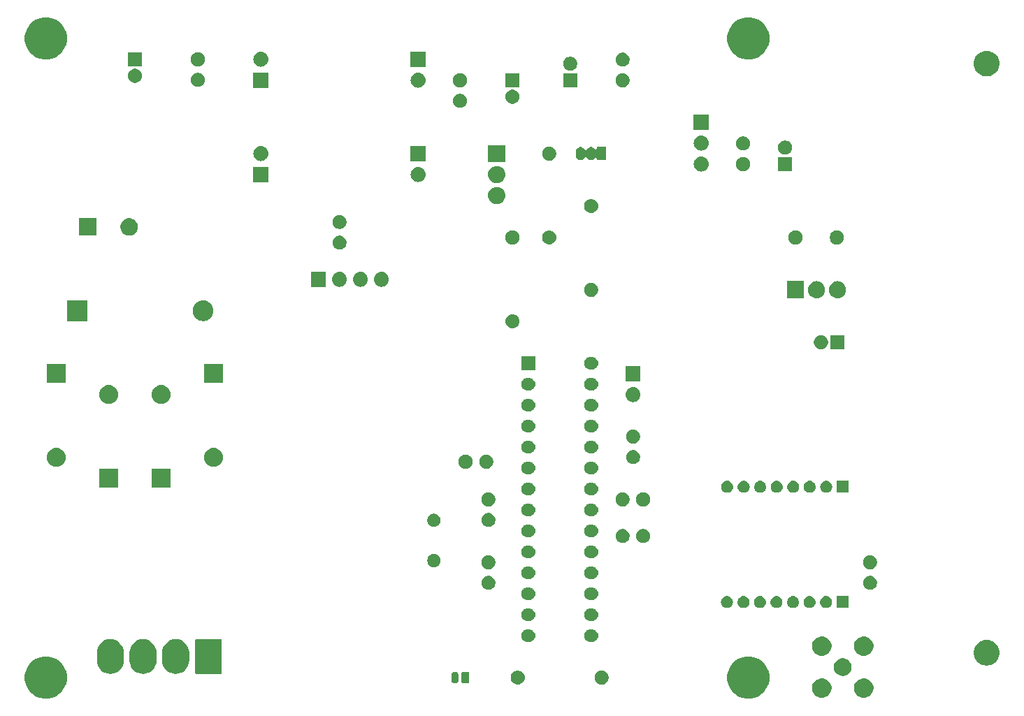
<source format=gbr>
G04 #@! TF.GenerationSoftware,KiCad,Pcbnew,(5.1.2)-1*
G04 #@! TF.CreationDate,2020-01-29T20:57:53+02:00*
G04 #@! TF.ProjectId,PCB,5043422e-6b69-4636-9164-5f7063625858,rev?*
G04 #@! TF.SameCoordinates,Original*
G04 #@! TF.FileFunction,Soldermask,Top*
G04 #@! TF.FilePolarity,Negative*
%FSLAX46Y46*%
G04 Gerber Fmt 4.6, Leading zero omitted, Abs format (unit mm)*
G04 Created by KiCad (PCBNEW (5.1.2)-1) date 2020-01-29 20:57:53*
%MOMM*%
%LPD*%
G04 APERTURE LIST*
%ADD10C,0.100000*%
G04 APERTURE END LIST*
D10*
G36*
X136634098Y-96607033D02*
G01*
X137098350Y-96799332D01*
X137098352Y-96799333D01*
X137516168Y-97078509D01*
X137871491Y-97433832D01*
X138038663Y-97684023D01*
X138150668Y-97851650D01*
X138342967Y-98315902D01*
X138441000Y-98808747D01*
X138441000Y-99311253D01*
X138342967Y-99804098D01*
X138221093Y-100098329D01*
X138150667Y-100268352D01*
X137871491Y-100686168D01*
X137516168Y-101041491D01*
X137098352Y-101320667D01*
X137098351Y-101320668D01*
X137098350Y-101320668D01*
X136634098Y-101512967D01*
X136141253Y-101611000D01*
X135638747Y-101611000D01*
X135145902Y-101512967D01*
X134681650Y-101320668D01*
X134681649Y-101320668D01*
X134681648Y-101320667D01*
X134263832Y-101041491D01*
X133908509Y-100686168D01*
X133629333Y-100268352D01*
X133558907Y-100098329D01*
X133437033Y-99804098D01*
X133339000Y-99311253D01*
X133339000Y-98808747D01*
X133437033Y-98315902D01*
X133629332Y-97851650D01*
X133741337Y-97684023D01*
X133908509Y-97433832D01*
X134263832Y-97078509D01*
X134681648Y-96799333D01*
X134681650Y-96799332D01*
X135145902Y-96607033D01*
X135638747Y-96509000D01*
X136141253Y-96509000D01*
X136634098Y-96607033D01*
X136634098Y-96607033D01*
G37*
G36*
X51544098Y-96607033D02*
G01*
X52008350Y-96799332D01*
X52008352Y-96799333D01*
X52426168Y-97078509D01*
X52781491Y-97433832D01*
X52948663Y-97684023D01*
X53060668Y-97851650D01*
X53252967Y-98315902D01*
X53351000Y-98808747D01*
X53351000Y-99311253D01*
X53252967Y-99804098D01*
X53131093Y-100098329D01*
X53060667Y-100268352D01*
X52781491Y-100686168D01*
X52426168Y-101041491D01*
X52008352Y-101320667D01*
X52008351Y-101320668D01*
X52008350Y-101320668D01*
X51544098Y-101512967D01*
X51051253Y-101611000D01*
X50548747Y-101611000D01*
X50055902Y-101512967D01*
X49591650Y-101320668D01*
X49591649Y-101320668D01*
X49591648Y-101320667D01*
X49173832Y-101041491D01*
X48818509Y-100686168D01*
X48539333Y-100268352D01*
X48468907Y-100098329D01*
X48347033Y-99804098D01*
X48249000Y-99311253D01*
X48249000Y-98808747D01*
X48347033Y-98315902D01*
X48539332Y-97851650D01*
X48651337Y-97684023D01*
X48818509Y-97433832D01*
X49173832Y-97078509D01*
X49591648Y-96799333D01*
X49591650Y-96799332D01*
X50055902Y-96607033D01*
X50548747Y-96509000D01*
X51051253Y-96509000D01*
X51544098Y-96607033D01*
X51544098Y-96607033D01*
G37*
G36*
X144971560Y-99169064D02*
G01*
X145123027Y-99199193D01*
X145337045Y-99287842D01*
X145367556Y-99308229D01*
X145529654Y-99416539D01*
X145693461Y-99580346D01*
X145749797Y-99664659D01*
X145822158Y-99772955D01*
X145910807Y-99986973D01*
X145956000Y-100214174D01*
X145956000Y-100445826D01*
X145910807Y-100673027D01*
X145822158Y-100887045D01*
X145822157Y-100887046D01*
X145693461Y-101079654D01*
X145529654Y-101243461D01*
X145414105Y-101320668D01*
X145337045Y-101372158D01*
X145123027Y-101460807D01*
X144971560Y-101490936D01*
X144895827Y-101506000D01*
X144664173Y-101506000D01*
X144588440Y-101490936D01*
X144436973Y-101460807D01*
X144222955Y-101372158D01*
X144145895Y-101320668D01*
X144030346Y-101243461D01*
X143866539Y-101079654D01*
X143737843Y-100887046D01*
X143737842Y-100887045D01*
X143649193Y-100673027D01*
X143604000Y-100445826D01*
X143604000Y-100214174D01*
X143649193Y-99986973D01*
X143737842Y-99772955D01*
X143810203Y-99664659D01*
X143866539Y-99580346D01*
X144030346Y-99416539D01*
X144192444Y-99308229D01*
X144222955Y-99287842D01*
X144436973Y-99199193D01*
X144588440Y-99169064D01*
X144664173Y-99154000D01*
X144895827Y-99154000D01*
X144971560Y-99169064D01*
X144971560Y-99169064D01*
G37*
G36*
X150051560Y-99169064D02*
G01*
X150203027Y-99199193D01*
X150417045Y-99287842D01*
X150447556Y-99308229D01*
X150609654Y-99416539D01*
X150773461Y-99580346D01*
X150829797Y-99664659D01*
X150902158Y-99772955D01*
X150990807Y-99986973D01*
X151036000Y-100214174D01*
X151036000Y-100445826D01*
X150990807Y-100673027D01*
X150902158Y-100887045D01*
X150902157Y-100887046D01*
X150773461Y-101079654D01*
X150609654Y-101243461D01*
X150494105Y-101320668D01*
X150417045Y-101372158D01*
X150203027Y-101460807D01*
X150051560Y-101490936D01*
X149975827Y-101506000D01*
X149744173Y-101506000D01*
X149668440Y-101490936D01*
X149516973Y-101460807D01*
X149302955Y-101372158D01*
X149225895Y-101320668D01*
X149110346Y-101243461D01*
X148946539Y-101079654D01*
X148817843Y-100887046D01*
X148817842Y-100887045D01*
X148729193Y-100673027D01*
X148684000Y-100445826D01*
X148684000Y-100214174D01*
X148729193Y-99986973D01*
X148817842Y-99772955D01*
X148890203Y-99664659D01*
X148946539Y-99580346D01*
X149110346Y-99416539D01*
X149272444Y-99308229D01*
X149302955Y-99287842D01*
X149516973Y-99199193D01*
X149668440Y-99169064D01*
X149744173Y-99154000D01*
X149975827Y-99154000D01*
X150051560Y-99169064D01*
X150051560Y-99169064D01*
G37*
G36*
X118358228Y-98241703D02*
G01*
X118513100Y-98305853D01*
X118652481Y-98398985D01*
X118771015Y-98517519D01*
X118864147Y-98656900D01*
X118928297Y-98811772D01*
X118961000Y-98976184D01*
X118961000Y-99143816D01*
X118928297Y-99308228D01*
X118864147Y-99463100D01*
X118771015Y-99602481D01*
X118652481Y-99721015D01*
X118513100Y-99814147D01*
X118358228Y-99878297D01*
X118193816Y-99911000D01*
X118026184Y-99911000D01*
X117861772Y-99878297D01*
X117706900Y-99814147D01*
X117567519Y-99721015D01*
X117448985Y-99602481D01*
X117355853Y-99463100D01*
X117291703Y-99308228D01*
X117259000Y-99143816D01*
X117259000Y-98976184D01*
X117291703Y-98811772D01*
X117355853Y-98656900D01*
X117448985Y-98517519D01*
X117567519Y-98398985D01*
X117706900Y-98305853D01*
X117861772Y-98241703D01*
X118026184Y-98209000D01*
X118193816Y-98209000D01*
X118358228Y-98241703D01*
X118358228Y-98241703D01*
G37*
G36*
X108116823Y-98221313D02*
G01*
X108277242Y-98269976D01*
X108363163Y-98315902D01*
X108425078Y-98348996D01*
X108554659Y-98455341D01*
X108661004Y-98584922D01*
X108661005Y-98584924D01*
X108740024Y-98732758D01*
X108788687Y-98893177D01*
X108805117Y-99060000D01*
X108788687Y-99226823D01*
X108740024Y-99387242D01*
X108683138Y-99493668D01*
X108661004Y-99535078D01*
X108554659Y-99664659D01*
X108425078Y-99771004D01*
X108425076Y-99771005D01*
X108277242Y-99850024D01*
X108116823Y-99898687D01*
X107991804Y-99911000D01*
X107908196Y-99911000D01*
X107783177Y-99898687D01*
X107622758Y-99850024D01*
X107474924Y-99771005D01*
X107474922Y-99771004D01*
X107345341Y-99664659D01*
X107238996Y-99535078D01*
X107216862Y-99493668D01*
X107159976Y-99387242D01*
X107111313Y-99226823D01*
X107094883Y-99060000D01*
X107111313Y-98893177D01*
X107159976Y-98732758D01*
X107238995Y-98584924D01*
X107238996Y-98584922D01*
X107345341Y-98455341D01*
X107474922Y-98348996D01*
X107536837Y-98315902D01*
X107622758Y-98269976D01*
X107783177Y-98221313D01*
X107908196Y-98209000D01*
X107991804Y-98209000D01*
X108116823Y-98221313D01*
X108116823Y-98221313D01*
G37*
G36*
X100438410Y-98365525D02*
G01*
X100523426Y-98391314D01*
X100601775Y-98433193D01*
X100670449Y-98489551D01*
X100726807Y-98558225D01*
X100768686Y-98636574D01*
X100794475Y-98721590D01*
X100801000Y-98787842D01*
X100801000Y-99332158D01*
X100794475Y-99398410D01*
X100768686Y-99483426D01*
X100726807Y-99561775D01*
X100670449Y-99630448D01*
X100601774Y-99686807D01*
X100523425Y-99728686D01*
X100438409Y-99754475D01*
X100350000Y-99763182D01*
X100261590Y-99754475D01*
X100176574Y-99728686D01*
X100098225Y-99686807D01*
X100029552Y-99630449D01*
X99973193Y-99561774D01*
X99931314Y-99483425D01*
X99905525Y-99398409D01*
X99899000Y-99332157D01*
X99899000Y-98787842D01*
X99905525Y-98721590D01*
X99931313Y-98636577D01*
X99973195Y-98558224D01*
X100029552Y-98489551D01*
X100098226Y-98433193D01*
X100176575Y-98391314D01*
X100261591Y-98365525D01*
X100350000Y-98356818D01*
X100438410Y-98365525D01*
X100438410Y-98365525D01*
G37*
G36*
X101919683Y-98362725D02*
G01*
X101950143Y-98371966D01*
X101978223Y-98386974D01*
X102002831Y-98407169D01*
X102023026Y-98431777D01*
X102038034Y-98459857D01*
X102047275Y-98490317D01*
X102051000Y-98528140D01*
X102051000Y-99591860D01*
X102047275Y-99629683D01*
X102038034Y-99660143D01*
X102023026Y-99688223D01*
X102002831Y-99712831D01*
X101978223Y-99733026D01*
X101950143Y-99748034D01*
X101919683Y-99757275D01*
X101881860Y-99761000D01*
X101318140Y-99761000D01*
X101280317Y-99757275D01*
X101249857Y-99748034D01*
X101221777Y-99733026D01*
X101197169Y-99712831D01*
X101176974Y-99688223D01*
X101161966Y-99660143D01*
X101152725Y-99629683D01*
X101149000Y-99591860D01*
X101149000Y-98528140D01*
X101152725Y-98490317D01*
X101161966Y-98459857D01*
X101176974Y-98431777D01*
X101197169Y-98407169D01*
X101221777Y-98386974D01*
X101249857Y-98371966D01*
X101280317Y-98362725D01*
X101318140Y-98359000D01*
X101881860Y-98359000D01*
X101919683Y-98362725D01*
X101919683Y-98362725D01*
G37*
G36*
X147495271Y-96727783D02*
G01*
X147633858Y-96755350D01*
X147829677Y-96836461D01*
X148005910Y-96954216D01*
X148155784Y-97104090D01*
X148273539Y-97280323D01*
X148354650Y-97476142D01*
X148396000Y-97684023D01*
X148396000Y-97895977D01*
X148354650Y-98103858D01*
X148273539Y-98299677D01*
X148155784Y-98475910D01*
X148005910Y-98625784D01*
X147829677Y-98743539D01*
X147633858Y-98824650D01*
X147495271Y-98852217D01*
X147425978Y-98866000D01*
X147214022Y-98866000D01*
X147144729Y-98852217D01*
X147006142Y-98824650D01*
X146810323Y-98743539D01*
X146634090Y-98625784D01*
X146484216Y-98475910D01*
X146366461Y-98299677D01*
X146285350Y-98103858D01*
X146244000Y-97895977D01*
X146244000Y-97684023D01*
X146285350Y-97476142D01*
X146366461Y-97280323D01*
X146484216Y-97104090D01*
X146634090Y-96954216D01*
X146810323Y-96836461D01*
X147006142Y-96755350D01*
X147144729Y-96727783D01*
X147214022Y-96714000D01*
X147425978Y-96714000D01*
X147495271Y-96727783D01*
X147495271Y-96727783D01*
G37*
G36*
X58924730Y-94442599D02*
G01*
X59232179Y-94535863D01*
X59515518Y-94687311D01*
X59763871Y-94891129D01*
X59967689Y-95139482D01*
X60119137Y-95422821D01*
X60212401Y-95730270D01*
X60236000Y-95969879D01*
X60236000Y-97070122D01*
X60212401Y-97309730D01*
X60119137Y-97617179D01*
X59967691Y-97900514D01*
X59967688Y-97900519D01*
X59763871Y-98148871D01*
X59515518Y-98352688D01*
X59515514Y-98352691D01*
X59232178Y-98504137D01*
X58924729Y-98597401D01*
X58605000Y-98628891D01*
X58285270Y-98597401D01*
X57977821Y-98504137D01*
X57694482Y-98352689D01*
X57534400Y-98221313D01*
X57446129Y-98148871D01*
X57242312Y-97900518D01*
X57242311Y-97900517D01*
X57242309Y-97900514D01*
X57090863Y-97617178D01*
X56997599Y-97309729D01*
X56974000Y-97070121D01*
X56974000Y-95969878D01*
X56997599Y-95730270D01*
X57090863Y-95422821D01*
X57171180Y-95272559D01*
X57242312Y-95139481D01*
X57446130Y-94891129D01*
X57694482Y-94687312D01*
X57694481Y-94687312D01*
X57694483Y-94687311D01*
X57977822Y-94535863D01*
X58285271Y-94442599D01*
X58605000Y-94411109D01*
X58924730Y-94442599D01*
X58924730Y-94442599D01*
G37*
G36*
X62884730Y-94442599D02*
G01*
X63192179Y-94535863D01*
X63475518Y-94687311D01*
X63723871Y-94891129D01*
X63927689Y-95139482D01*
X64079137Y-95422821D01*
X64172401Y-95730270D01*
X64196000Y-95969879D01*
X64196000Y-97070122D01*
X64172401Y-97309730D01*
X64079137Y-97617179D01*
X63927691Y-97900514D01*
X63927688Y-97900519D01*
X63723871Y-98148871D01*
X63475518Y-98352688D01*
X63475514Y-98352691D01*
X63192178Y-98504137D01*
X62884729Y-98597401D01*
X62565000Y-98628891D01*
X62245270Y-98597401D01*
X61937821Y-98504137D01*
X61654482Y-98352689D01*
X61494400Y-98221313D01*
X61406129Y-98148871D01*
X61202312Y-97900518D01*
X61202311Y-97900517D01*
X61202309Y-97900514D01*
X61050863Y-97617178D01*
X60957599Y-97309729D01*
X60934000Y-97070121D01*
X60934000Y-95969878D01*
X60957599Y-95730270D01*
X61050863Y-95422821D01*
X61131180Y-95272559D01*
X61202312Y-95139481D01*
X61406130Y-94891129D01*
X61654482Y-94687312D01*
X61654481Y-94687312D01*
X61654483Y-94687311D01*
X61937822Y-94535863D01*
X62245271Y-94442599D01*
X62565000Y-94411109D01*
X62884730Y-94442599D01*
X62884730Y-94442599D01*
G37*
G36*
X66844730Y-94442599D02*
G01*
X67152179Y-94535863D01*
X67435518Y-94687311D01*
X67683871Y-94891129D01*
X67887689Y-95139482D01*
X68039137Y-95422821D01*
X68132401Y-95730270D01*
X68156000Y-95969879D01*
X68156000Y-97070122D01*
X68132401Y-97309730D01*
X68039137Y-97617179D01*
X67887691Y-97900514D01*
X67887688Y-97900519D01*
X67683871Y-98148871D01*
X67435518Y-98352688D01*
X67435514Y-98352691D01*
X67152178Y-98504137D01*
X66844729Y-98597401D01*
X66525000Y-98628891D01*
X66205270Y-98597401D01*
X65897821Y-98504137D01*
X65614482Y-98352689D01*
X65454400Y-98221313D01*
X65366129Y-98148871D01*
X65162312Y-97900518D01*
X65162311Y-97900517D01*
X65162309Y-97900514D01*
X65010863Y-97617178D01*
X64917599Y-97309729D01*
X64894000Y-97070121D01*
X64894000Y-95969878D01*
X64917599Y-95730270D01*
X65010863Y-95422821D01*
X65091180Y-95272559D01*
X65162312Y-95139481D01*
X65366130Y-94891129D01*
X65614482Y-94687312D01*
X65614481Y-94687312D01*
X65614483Y-94687311D01*
X65897822Y-94535863D01*
X66205271Y-94442599D01*
X66525000Y-94411109D01*
X66844730Y-94442599D01*
X66844730Y-94442599D01*
G37*
G36*
X71992850Y-94422530D02*
G01*
X72021413Y-94431194D01*
X72047734Y-94445263D01*
X72070804Y-94464196D01*
X72089737Y-94487266D01*
X72103806Y-94513587D01*
X72112470Y-94542150D01*
X72116000Y-94577990D01*
X72116000Y-98462010D01*
X72112470Y-98497850D01*
X72103806Y-98526413D01*
X72089737Y-98552734D01*
X72070804Y-98575804D01*
X72047734Y-98594737D01*
X72021413Y-98608806D01*
X71992850Y-98617470D01*
X71957010Y-98621000D01*
X69012990Y-98621000D01*
X68977150Y-98617470D01*
X68948587Y-98608806D01*
X68922266Y-98594737D01*
X68899196Y-98575804D01*
X68880263Y-98552734D01*
X68866194Y-98526413D01*
X68857530Y-98497850D01*
X68854000Y-98462010D01*
X68854000Y-94577990D01*
X68857530Y-94542150D01*
X68866194Y-94513587D01*
X68880263Y-94487266D01*
X68899196Y-94464196D01*
X68922266Y-94445263D01*
X68948587Y-94431194D01*
X68977150Y-94422530D01*
X69012990Y-94419000D01*
X71957010Y-94419000D01*
X71992850Y-94422530D01*
X71992850Y-94422530D01*
G37*
G36*
X165036905Y-94533694D02*
G01*
X165212410Y-94568604D01*
X165494674Y-94685521D01*
X165748705Y-94855259D01*
X165964741Y-95071295D01*
X166134479Y-95325326D01*
X166251396Y-95607590D01*
X166311000Y-95907240D01*
X166311000Y-96212760D01*
X166251396Y-96512410D01*
X166134479Y-96794674D01*
X165964741Y-97048705D01*
X165748705Y-97264741D01*
X165494674Y-97434479D01*
X165212410Y-97551396D01*
X165062585Y-97581198D01*
X164912761Y-97611000D01*
X164607239Y-97611000D01*
X164457415Y-97581198D01*
X164307590Y-97551396D01*
X164025326Y-97434479D01*
X163771295Y-97264741D01*
X163555259Y-97048705D01*
X163385521Y-96794674D01*
X163268604Y-96512410D01*
X163209000Y-96212760D01*
X163209000Y-95907240D01*
X163268604Y-95607590D01*
X163385521Y-95325326D01*
X163555259Y-95071295D01*
X163771295Y-94855259D01*
X164025326Y-94685521D01*
X164307590Y-94568604D01*
X164483095Y-94533694D01*
X164607239Y-94509000D01*
X164912761Y-94509000D01*
X165036905Y-94533694D01*
X165036905Y-94533694D01*
G37*
G36*
X150051560Y-94089064D02*
G01*
X150203027Y-94119193D01*
X150417045Y-94207842D01*
X150417046Y-94207843D01*
X150609654Y-94336539D01*
X150773461Y-94500346D01*
X150845028Y-94607454D01*
X150902158Y-94692955D01*
X150990807Y-94906973D01*
X151036000Y-95134174D01*
X151036000Y-95365826D01*
X150990807Y-95593027D01*
X150902158Y-95807045D01*
X150902157Y-95807046D01*
X150773461Y-95999654D01*
X150609654Y-96163461D01*
X150535871Y-96212761D01*
X150417045Y-96292158D01*
X150203027Y-96380807D01*
X150051560Y-96410936D01*
X149975827Y-96426000D01*
X149744173Y-96426000D01*
X149668440Y-96410936D01*
X149516973Y-96380807D01*
X149302955Y-96292158D01*
X149184129Y-96212761D01*
X149110346Y-96163461D01*
X148946539Y-95999654D01*
X148817843Y-95807046D01*
X148817842Y-95807045D01*
X148729193Y-95593027D01*
X148684000Y-95365826D01*
X148684000Y-95134174D01*
X148729193Y-94906973D01*
X148817842Y-94692955D01*
X148874972Y-94607454D01*
X148946539Y-94500346D01*
X149110346Y-94336539D01*
X149302954Y-94207843D01*
X149302955Y-94207842D01*
X149516973Y-94119193D01*
X149668440Y-94089064D01*
X149744173Y-94074000D01*
X149975827Y-94074000D01*
X150051560Y-94089064D01*
X150051560Y-94089064D01*
G37*
G36*
X144971560Y-94089064D02*
G01*
X145123027Y-94119193D01*
X145337045Y-94207842D01*
X145337046Y-94207843D01*
X145529654Y-94336539D01*
X145693461Y-94500346D01*
X145765028Y-94607454D01*
X145822158Y-94692955D01*
X145910807Y-94906973D01*
X145956000Y-95134174D01*
X145956000Y-95365826D01*
X145910807Y-95593027D01*
X145822158Y-95807045D01*
X145822157Y-95807046D01*
X145693461Y-95999654D01*
X145529654Y-96163461D01*
X145455871Y-96212761D01*
X145337045Y-96292158D01*
X145123027Y-96380807D01*
X144971560Y-96410936D01*
X144895827Y-96426000D01*
X144664173Y-96426000D01*
X144588440Y-96410936D01*
X144436973Y-96380807D01*
X144222955Y-96292158D01*
X144104129Y-96212761D01*
X144030346Y-96163461D01*
X143866539Y-95999654D01*
X143737843Y-95807046D01*
X143737842Y-95807045D01*
X143649193Y-95593027D01*
X143604000Y-95365826D01*
X143604000Y-95134174D01*
X143649193Y-94906973D01*
X143737842Y-94692955D01*
X143794972Y-94607454D01*
X143866539Y-94500346D01*
X144030346Y-94336539D01*
X144222954Y-94207843D01*
X144222955Y-94207842D01*
X144436973Y-94119193D01*
X144588440Y-94089064D01*
X144664173Y-94074000D01*
X144895827Y-94074000D01*
X144971560Y-94089064D01*
X144971560Y-94089064D01*
G37*
G36*
X109393665Y-93232622D02*
G01*
X109467222Y-93239867D01*
X109608786Y-93282810D01*
X109739252Y-93352546D01*
X109769040Y-93376992D01*
X109853607Y-93446393D01*
X109923008Y-93530960D01*
X109947454Y-93560748D01*
X110017190Y-93691214D01*
X110060133Y-93832778D01*
X110074633Y-93980000D01*
X110060133Y-94127222D01*
X110017190Y-94268786D01*
X109947454Y-94399252D01*
X109937723Y-94411109D01*
X109853607Y-94513607D01*
X109786591Y-94568604D01*
X109739252Y-94607454D01*
X109739250Y-94607455D01*
X109609013Y-94677069D01*
X109608786Y-94677190D01*
X109467222Y-94720133D01*
X109393665Y-94727378D01*
X109356888Y-94731000D01*
X109083112Y-94731000D01*
X109046335Y-94727378D01*
X108972778Y-94720133D01*
X108831214Y-94677190D01*
X108830988Y-94677069D01*
X108700750Y-94607455D01*
X108700748Y-94607454D01*
X108653409Y-94568604D01*
X108586393Y-94513607D01*
X108502277Y-94411109D01*
X108492546Y-94399252D01*
X108422810Y-94268786D01*
X108379867Y-94127222D01*
X108365367Y-93980000D01*
X108379867Y-93832778D01*
X108422810Y-93691214D01*
X108492546Y-93560748D01*
X108516992Y-93530960D01*
X108586393Y-93446393D01*
X108670960Y-93376992D01*
X108700748Y-93352546D01*
X108831214Y-93282810D01*
X108972778Y-93239867D01*
X109046335Y-93232622D01*
X109083112Y-93229000D01*
X109356888Y-93229000D01*
X109393665Y-93232622D01*
X109393665Y-93232622D01*
G37*
G36*
X117013665Y-93232622D02*
G01*
X117087222Y-93239867D01*
X117228786Y-93282810D01*
X117359252Y-93352546D01*
X117389040Y-93376992D01*
X117473607Y-93446393D01*
X117543008Y-93530960D01*
X117567454Y-93560748D01*
X117637190Y-93691214D01*
X117680133Y-93832778D01*
X117694633Y-93980000D01*
X117680133Y-94127222D01*
X117637190Y-94268786D01*
X117567454Y-94399252D01*
X117557723Y-94411109D01*
X117473607Y-94513607D01*
X117406591Y-94568604D01*
X117359252Y-94607454D01*
X117359250Y-94607455D01*
X117229013Y-94677069D01*
X117228786Y-94677190D01*
X117087222Y-94720133D01*
X117013665Y-94727378D01*
X116976888Y-94731000D01*
X116703112Y-94731000D01*
X116666335Y-94727378D01*
X116592778Y-94720133D01*
X116451214Y-94677190D01*
X116450988Y-94677069D01*
X116320750Y-94607455D01*
X116320748Y-94607454D01*
X116273409Y-94568604D01*
X116206393Y-94513607D01*
X116122277Y-94411109D01*
X116112546Y-94399252D01*
X116042810Y-94268786D01*
X115999867Y-94127222D01*
X115985367Y-93980000D01*
X115999867Y-93832778D01*
X116042810Y-93691214D01*
X116112546Y-93560748D01*
X116136992Y-93530960D01*
X116206393Y-93446393D01*
X116290960Y-93376992D01*
X116320748Y-93352546D01*
X116451214Y-93282810D01*
X116592778Y-93239867D01*
X116666335Y-93232622D01*
X116703112Y-93229000D01*
X116976888Y-93229000D01*
X117013665Y-93232622D01*
X117013665Y-93232622D01*
G37*
G36*
X109393665Y-90692622D02*
G01*
X109467222Y-90699867D01*
X109608786Y-90742810D01*
X109739252Y-90812546D01*
X109769040Y-90836992D01*
X109853607Y-90906393D01*
X109923008Y-90990960D01*
X109947454Y-91020748D01*
X110017190Y-91151214D01*
X110060133Y-91292778D01*
X110074633Y-91440000D01*
X110060133Y-91587222D01*
X110017190Y-91728786D01*
X109947454Y-91859252D01*
X109923008Y-91889040D01*
X109853607Y-91973607D01*
X109769040Y-92043008D01*
X109739252Y-92067454D01*
X109608786Y-92137190D01*
X109467222Y-92180133D01*
X109393665Y-92187378D01*
X109356888Y-92191000D01*
X109083112Y-92191000D01*
X109046335Y-92187378D01*
X108972778Y-92180133D01*
X108831214Y-92137190D01*
X108700748Y-92067454D01*
X108670960Y-92043008D01*
X108586393Y-91973607D01*
X108516992Y-91889040D01*
X108492546Y-91859252D01*
X108422810Y-91728786D01*
X108379867Y-91587222D01*
X108365367Y-91440000D01*
X108379867Y-91292778D01*
X108422810Y-91151214D01*
X108492546Y-91020748D01*
X108516992Y-90990960D01*
X108586393Y-90906393D01*
X108670960Y-90836992D01*
X108700748Y-90812546D01*
X108831214Y-90742810D01*
X108972778Y-90699867D01*
X109046335Y-90692622D01*
X109083112Y-90689000D01*
X109356888Y-90689000D01*
X109393665Y-90692622D01*
X109393665Y-90692622D01*
G37*
G36*
X117013665Y-90692622D02*
G01*
X117087222Y-90699867D01*
X117228786Y-90742810D01*
X117359252Y-90812546D01*
X117389040Y-90836992D01*
X117473607Y-90906393D01*
X117543008Y-90990960D01*
X117567454Y-91020748D01*
X117637190Y-91151214D01*
X117680133Y-91292778D01*
X117694633Y-91440000D01*
X117680133Y-91587222D01*
X117637190Y-91728786D01*
X117567454Y-91859252D01*
X117543008Y-91889040D01*
X117473607Y-91973607D01*
X117389040Y-92043008D01*
X117359252Y-92067454D01*
X117228786Y-92137190D01*
X117087222Y-92180133D01*
X117013665Y-92187378D01*
X116976888Y-92191000D01*
X116703112Y-92191000D01*
X116666335Y-92187378D01*
X116592778Y-92180133D01*
X116451214Y-92137190D01*
X116320748Y-92067454D01*
X116290960Y-92043008D01*
X116206393Y-91973607D01*
X116136992Y-91889040D01*
X116112546Y-91859252D01*
X116042810Y-91728786D01*
X115999867Y-91587222D01*
X115985367Y-91440000D01*
X115999867Y-91292778D01*
X116042810Y-91151214D01*
X116112546Y-91020748D01*
X116136992Y-90990960D01*
X116206393Y-90906393D01*
X116290960Y-90836992D01*
X116320748Y-90812546D01*
X116451214Y-90742810D01*
X116592778Y-90699867D01*
X116666335Y-90692622D01*
X116703112Y-90689000D01*
X116976888Y-90689000D01*
X117013665Y-90692622D01*
X117013665Y-90692622D01*
G37*
G36*
X137369913Y-89194673D02*
G01*
X137441021Y-89201676D01*
X137577872Y-89243190D01*
X137577875Y-89243191D01*
X137703994Y-89310603D01*
X137814543Y-89401328D01*
X137905268Y-89511877D01*
X137972680Y-89637996D01*
X137972681Y-89637999D01*
X138014195Y-89774850D01*
X138028212Y-89917171D01*
X138014195Y-90059492D01*
X137972681Y-90196343D01*
X137972680Y-90196346D01*
X137905268Y-90322465D01*
X137814543Y-90433014D01*
X137703994Y-90523739D01*
X137577875Y-90591151D01*
X137577872Y-90591152D01*
X137441021Y-90632666D01*
X137369913Y-90639669D01*
X137334360Y-90643171D01*
X137263040Y-90643171D01*
X137227487Y-90639669D01*
X137156379Y-90632666D01*
X137019528Y-90591152D01*
X137019525Y-90591151D01*
X136893406Y-90523739D01*
X136782857Y-90433014D01*
X136692132Y-90322465D01*
X136624720Y-90196346D01*
X136624719Y-90196343D01*
X136583205Y-90059492D01*
X136569188Y-89917171D01*
X136583205Y-89774850D01*
X136624719Y-89637999D01*
X136624720Y-89637996D01*
X136692132Y-89511877D01*
X136782857Y-89401328D01*
X136893406Y-89310603D01*
X137019525Y-89243191D01*
X137019528Y-89243190D01*
X137156379Y-89201676D01*
X137227487Y-89194673D01*
X137263040Y-89191171D01*
X137334360Y-89191171D01*
X137369913Y-89194673D01*
X137369913Y-89194673D01*
G37*
G36*
X143369913Y-89194673D02*
G01*
X143441021Y-89201676D01*
X143577872Y-89243190D01*
X143577875Y-89243191D01*
X143703994Y-89310603D01*
X143814543Y-89401328D01*
X143905268Y-89511877D01*
X143972680Y-89637996D01*
X143972681Y-89637999D01*
X144014195Y-89774850D01*
X144028212Y-89917171D01*
X144014195Y-90059492D01*
X143972681Y-90196343D01*
X143972680Y-90196346D01*
X143905268Y-90322465D01*
X143814543Y-90433014D01*
X143703994Y-90523739D01*
X143577875Y-90591151D01*
X143577872Y-90591152D01*
X143441021Y-90632666D01*
X143369913Y-90639669D01*
X143334360Y-90643171D01*
X143263040Y-90643171D01*
X143227487Y-90639669D01*
X143156379Y-90632666D01*
X143019528Y-90591152D01*
X143019525Y-90591151D01*
X142893406Y-90523739D01*
X142782857Y-90433014D01*
X142692132Y-90322465D01*
X142624720Y-90196346D01*
X142624719Y-90196343D01*
X142583205Y-90059492D01*
X142569188Y-89917171D01*
X142583205Y-89774850D01*
X142624719Y-89637999D01*
X142624720Y-89637996D01*
X142692132Y-89511877D01*
X142782857Y-89401328D01*
X142893406Y-89310603D01*
X143019525Y-89243191D01*
X143019528Y-89243190D01*
X143156379Y-89201676D01*
X143227487Y-89194673D01*
X143263040Y-89191171D01*
X143334360Y-89191171D01*
X143369913Y-89194673D01*
X143369913Y-89194673D01*
G37*
G36*
X139369913Y-89194673D02*
G01*
X139441021Y-89201676D01*
X139577872Y-89243190D01*
X139577875Y-89243191D01*
X139703994Y-89310603D01*
X139814543Y-89401328D01*
X139905268Y-89511877D01*
X139972680Y-89637996D01*
X139972681Y-89637999D01*
X140014195Y-89774850D01*
X140028212Y-89917171D01*
X140014195Y-90059492D01*
X139972681Y-90196343D01*
X139972680Y-90196346D01*
X139905268Y-90322465D01*
X139814543Y-90433014D01*
X139703994Y-90523739D01*
X139577875Y-90591151D01*
X139577872Y-90591152D01*
X139441021Y-90632666D01*
X139369913Y-90639669D01*
X139334360Y-90643171D01*
X139263040Y-90643171D01*
X139227487Y-90639669D01*
X139156379Y-90632666D01*
X139019528Y-90591152D01*
X139019525Y-90591151D01*
X138893406Y-90523739D01*
X138782857Y-90433014D01*
X138692132Y-90322465D01*
X138624720Y-90196346D01*
X138624719Y-90196343D01*
X138583205Y-90059492D01*
X138569188Y-89917171D01*
X138583205Y-89774850D01*
X138624719Y-89637999D01*
X138624720Y-89637996D01*
X138692132Y-89511877D01*
X138782857Y-89401328D01*
X138893406Y-89310603D01*
X139019525Y-89243191D01*
X139019528Y-89243190D01*
X139156379Y-89201676D01*
X139227487Y-89194673D01*
X139263040Y-89191171D01*
X139334360Y-89191171D01*
X139369913Y-89194673D01*
X139369913Y-89194673D01*
G37*
G36*
X135369913Y-89194673D02*
G01*
X135441021Y-89201676D01*
X135577872Y-89243190D01*
X135577875Y-89243191D01*
X135703994Y-89310603D01*
X135814543Y-89401328D01*
X135905268Y-89511877D01*
X135972680Y-89637996D01*
X135972681Y-89637999D01*
X136014195Y-89774850D01*
X136028212Y-89917171D01*
X136014195Y-90059492D01*
X135972681Y-90196343D01*
X135972680Y-90196346D01*
X135905268Y-90322465D01*
X135814543Y-90433014D01*
X135703994Y-90523739D01*
X135577875Y-90591151D01*
X135577872Y-90591152D01*
X135441021Y-90632666D01*
X135369913Y-90639669D01*
X135334360Y-90643171D01*
X135263040Y-90643171D01*
X135227487Y-90639669D01*
X135156379Y-90632666D01*
X135019528Y-90591152D01*
X135019525Y-90591151D01*
X134893406Y-90523739D01*
X134782857Y-90433014D01*
X134692132Y-90322465D01*
X134624720Y-90196346D01*
X134624719Y-90196343D01*
X134583205Y-90059492D01*
X134569188Y-89917171D01*
X134583205Y-89774850D01*
X134624719Y-89637999D01*
X134624720Y-89637996D01*
X134692132Y-89511877D01*
X134782857Y-89401328D01*
X134893406Y-89310603D01*
X135019525Y-89243191D01*
X135019528Y-89243190D01*
X135156379Y-89201676D01*
X135227487Y-89194673D01*
X135263040Y-89191171D01*
X135334360Y-89191171D01*
X135369913Y-89194673D01*
X135369913Y-89194673D01*
G37*
G36*
X133369913Y-89194673D02*
G01*
X133441021Y-89201676D01*
X133577872Y-89243190D01*
X133577875Y-89243191D01*
X133703994Y-89310603D01*
X133814543Y-89401328D01*
X133905268Y-89511877D01*
X133972680Y-89637996D01*
X133972681Y-89637999D01*
X134014195Y-89774850D01*
X134028212Y-89917171D01*
X134014195Y-90059492D01*
X133972681Y-90196343D01*
X133972680Y-90196346D01*
X133905268Y-90322465D01*
X133814543Y-90433014D01*
X133703994Y-90523739D01*
X133577875Y-90591151D01*
X133577872Y-90591152D01*
X133441021Y-90632666D01*
X133369913Y-90639669D01*
X133334360Y-90643171D01*
X133263040Y-90643171D01*
X133227487Y-90639669D01*
X133156379Y-90632666D01*
X133019528Y-90591152D01*
X133019525Y-90591151D01*
X132893406Y-90523739D01*
X132782857Y-90433014D01*
X132692132Y-90322465D01*
X132624720Y-90196346D01*
X132624719Y-90196343D01*
X132583205Y-90059492D01*
X132569188Y-89917171D01*
X132583205Y-89774850D01*
X132624719Y-89637999D01*
X132624720Y-89637996D01*
X132692132Y-89511877D01*
X132782857Y-89401328D01*
X132893406Y-89310603D01*
X133019525Y-89243191D01*
X133019528Y-89243190D01*
X133156379Y-89201676D01*
X133227487Y-89194673D01*
X133263040Y-89191171D01*
X133334360Y-89191171D01*
X133369913Y-89194673D01*
X133369913Y-89194673D01*
G37*
G36*
X141369913Y-89194673D02*
G01*
X141441021Y-89201676D01*
X141577872Y-89243190D01*
X141577875Y-89243191D01*
X141703994Y-89310603D01*
X141814543Y-89401328D01*
X141905268Y-89511877D01*
X141972680Y-89637996D01*
X141972681Y-89637999D01*
X142014195Y-89774850D01*
X142028212Y-89917171D01*
X142014195Y-90059492D01*
X141972681Y-90196343D01*
X141972680Y-90196346D01*
X141905268Y-90322465D01*
X141814543Y-90433014D01*
X141703994Y-90523739D01*
X141577875Y-90591151D01*
X141577872Y-90591152D01*
X141441021Y-90632666D01*
X141369913Y-90639669D01*
X141334360Y-90643171D01*
X141263040Y-90643171D01*
X141227487Y-90639669D01*
X141156379Y-90632666D01*
X141019528Y-90591152D01*
X141019525Y-90591151D01*
X140893406Y-90523739D01*
X140782857Y-90433014D01*
X140692132Y-90322465D01*
X140624720Y-90196346D01*
X140624719Y-90196343D01*
X140583205Y-90059492D01*
X140569188Y-89917171D01*
X140583205Y-89774850D01*
X140624719Y-89637999D01*
X140624720Y-89637996D01*
X140692132Y-89511877D01*
X140782857Y-89401328D01*
X140893406Y-89310603D01*
X141019525Y-89243191D01*
X141019528Y-89243190D01*
X141156379Y-89201676D01*
X141227487Y-89194673D01*
X141263040Y-89191171D01*
X141334360Y-89191171D01*
X141369913Y-89194673D01*
X141369913Y-89194673D01*
G37*
G36*
X145369913Y-89194673D02*
G01*
X145441021Y-89201676D01*
X145577872Y-89243190D01*
X145577875Y-89243191D01*
X145703994Y-89310603D01*
X145814543Y-89401328D01*
X145905268Y-89511877D01*
X145972680Y-89637996D01*
X145972681Y-89637999D01*
X146014195Y-89774850D01*
X146028212Y-89917171D01*
X146014195Y-90059492D01*
X145972681Y-90196343D01*
X145972680Y-90196346D01*
X145905268Y-90322465D01*
X145814543Y-90433014D01*
X145703994Y-90523739D01*
X145577875Y-90591151D01*
X145577872Y-90591152D01*
X145441021Y-90632666D01*
X145369913Y-90639669D01*
X145334360Y-90643171D01*
X145263040Y-90643171D01*
X145227487Y-90639669D01*
X145156379Y-90632666D01*
X145019528Y-90591152D01*
X145019525Y-90591151D01*
X144893406Y-90523739D01*
X144782857Y-90433014D01*
X144692132Y-90322465D01*
X144624720Y-90196346D01*
X144624719Y-90196343D01*
X144583205Y-90059492D01*
X144569188Y-89917171D01*
X144583205Y-89774850D01*
X144624719Y-89637999D01*
X144624720Y-89637996D01*
X144692132Y-89511877D01*
X144782857Y-89401328D01*
X144893406Y-89310603D01*
X145019525Y-89243191D01*
X145019528Y-89243190D01*
X145156379Y-89201676D01*
X145227487Y-89194673D01*
X145263040Y-89191171D01*
X145334360Y-89191171D01*
X145369913Y-89194673D01*
X145369913Y-89194673D01*
G37*
G36*
X148024700Y-90643171D02*
G01*
X146572700Y-90643171D01*
X146572700Y-89191171D01*
X148024700Y-89191171D01*
X148024700Y-90643171D01*
X148024700Y-90643171D01*
G37*
G36*
X117013665Y-88152622D02*
G01*
X117087222Y-88159867D01*
X117228786Y-88202810D01*
X117359252Y-88272546D01*
X117389040Y-88296992D01*
X117473607Y-88366393D01*
X117534834Y-88441000D01*
X117567454Y-88480748D01*
X117637190Y-88611214D01*
X117680133Y-88752778D01*
X117694633Y-88900000D01*
X117680133Y-89047222D01*
X117637190Y-89188786D01*
X117567454Y-89319252D01*
X117543008Y-89349040D01*
X117473607Y-89433607D01*
X117389040Y-89503008D01*
X117359252Y-89527454D01*
X117228786Y-89597190D01*
X117087222Y-89640133D01*
X117013665Y-89647378D01*
X116976888Y-89651000D01*
X116703112Y-89651000D01*
X116666335Y-89647378D01*
X116592778Y-89640133D01*
X116451214Y-89597190D01*
X116320748Y-89527454D01*
X116290960Y-89503008D01*
X116206393Y-89433607D01*
X116136992Y-89349040D01*
X116112546Y-89319252D01*
X116042810Y-89188786D01*
X115999867Y-89047222D01*
X115985367Y-88900000D01*
X115999867Y-88752778D01*
X116042810Y-88611214D01*
X116112546Y-88480748D01*
X116145166Y-88441000D01*
X116206393Y-88366393D01*
X116290960Y-88296992D01*
X116320748Y-88272546D01*
X116451214Y-88202810D01*
X116592778Y-88159867D01*
X116666335Y-88152622D01*
X116703112Y-88149000D01*
X116976888Y-88149000D01*
X117013665Y-88152622D01*
X117013665Y-88152622D01*
G37*
G36*
X109393665Y-88152622D02*
G01*
X109467222Y-88159867D01*
X109608786Y-88202810D01*
X109739252Y-88272546D01*
X109769040Y-88296992D01*
X109853607Y-88366393D01*
X109914834Y-88441000D01*
X109947454Y-88480748D01*
X110017190Y-88611214D01*
X110060133Y-88752778D01*
X110074633Y-88900000D01*
X110060133Y-89047222D01*
X110017190Y-89188786D01*
X109947454Y-89319252D01*
X109923008Y-89349040D01*
X109853607Y-89433607D01*
X109769040Y-89503008D01*
X109739252Y-89527454D01*
X109608786Y-89597190D01*
X109467222Y-89640133D01*
X109393665Y-89647378D01*
X109356888Y-89651000D01*
X109083112Y-89651000D01*
X109046335Y-89647378D01*
X108972778Y-89640133D01*
X108831214Y-89597190D01*
X108700748Y-89527454D01*
X108670960Y-89503008D01*
X108586393Y-89433607D01*
X108516992Y-89349040D01*
X108492546Y-89319252D01*
X108422810Y-89188786D01*
X108379867Y-89047222D01*
X108365367Y-88900000D01*
X108379867Y-88752778D01*
X108422810Y-88611214D01*
X108492546Y-88480748D01*
X108525166Y-88441000D01*
X108586393Y-88366393D01*
X108670960Y-88296992D01*
X108700748Y-88272546D01*
X108831214Y-88202810D01*
X108972778Y-88159867D01*
X109046335Y-88152622D01*
X109083112Y-88149000D01*
X109356888Y-88149000D01*
X109393665Y-88152622D01*
X109393665Y-88152622D01*
G37*
G36*
X150870228Y-86771703D02*
G01*
X151025100Y-86835853D01*
X151164481Y-86928985D01*
X151283015Y-87047519D01*
X151376147Y-87186900D01*
X151440297Y-87341772D01*
X151473000Y-87506184D01*
X151473000Y-87673816D01*
X151440297Y-87838228D01*
X151376147Y-87993100D01*
X151283015Y-88132481D01*
X151164481Y-88251015D01*
X151025100Y-88344147D01*
X150870228Y-88408297D01*
X150705816Y-88441000D01*
X150538184Y-88441000D01*
X150373772Y-88408297D01*
X150218900Y-88344147D01*
X150079519Y-88251015D01*
X149960985Y-88132481D01*
X149867853Y-87993100D01*
X149803703Y-87838228D01*
X149771000Y-87673816D01*
X149771000Y-87506184D01*
X149803703Y-87341772D01*
X149867853Y-87186900D01*
X149960985Y-87047519D01*
X150079519Y-86928985D01*
X150218900Y-86835853D01*
X150373772Y-86771703D01*
X150538184Y-86739000D01*
X150705816Y-86739000D01*
X150870228Y-86771703D01*
X150870228Y-86771703D01*
G37*
G36*
X104642228Y-86771703D02*
G01*
X104797100Y-86835853D01*
X104936481Y-86928985D01*
X105055015Y-87047519D01*
X105148147Y-87186900D01*
X105212297Y-87341772D01*
X105245000Y-87506184D01*
X105245000Y-87673816D01*
X105212297Y-87838228D01*
X105148147Y-87993100D01*
X105055015Y-88132481D01*
X104936481Y-88251015D01*
X104797100Y-88344147D01*
X104642228Y-88408297D01*
X104477816Y-88441000D01*
X104310184Y-88441000D01*
X104145772Y-88408297D01*
X103990900Y-88344147D01*
X103851519Y-88251015D01*
X103732985Y-88132481D01*
X103639853Y-87993100D01*
X103575703Y-87838228D01*
X103543000Y-87673816D01*
X103543000Y-87506184D01*
X103575703Y-87341772D01*
X103639853Y-87186900D01*
X103732985Y-87047519D01*
X103851519Y-86928985D01*
X103990900Y-86835853D01*
X104145772Y-86771703D01*
X104310184Y-86739000D01*
X104477816Y-86739000D01*
X104642228Y-86771703D01*
X104642228Y-86771703D01*
G37*
G36*
X117013665Y-85612622D02*
G01*
X117087222Y-85619867D01*
X117228786Y-85662810D01*
X117359252Y-85732546D01*
X117389040Y-85756992D01*
X117473607Y-85826393D01*
X117540822Y-85908297D01*
X117567454Y-85940748D01*
X117637190Y-86071214D01*
X117680133Y-86212778D01*
X117694633Y-86360000D01*
X117680133Y-86507222D01*
X117637190Y-86648786D01*
X117567454Y-86779252D01*
X117543008Y-86809040D01*
X117473607Y-86893607D01*
X117389040Y-86963008D01*
X117359252Y-86987454D01*
X117228786Y-87057190D01*
X117087222Y-87100133D01*
X117013665Y-87107378D01*
X116976888Y-87111000D01*
X116703112Y-87111000D01*
X116666335Y-87107378D01*
X116592778Y-87100133D01*
X116451214Y-87057190D01*
X116320748Y-86987454D01*
X116290960Y-86963008D01*
X116206393Y-86893607D01*
X116136992Y-86809040D01*
X116112546Y-86779252D01*
X116042810Y-86648786D01*
X115999867Y-86507222D01*
X115985367Y-86360000D01*
X115999867Y-86212778D01*
X116042810Y-86071214D01*
X116112546Y-85940748D01*
X116139178Y-85908297D01*
X116206393Y-85826393D01*
X116290960Y-85756992D01*
X116320748Y-85732546D01*
X116451214Y-85662810D01*
X116592778Y-85619867D01*
X116666335Y-85612622D01*
X116703112Y-85609000D01*
X116976888Y-85609000D01*
X117013665Y-85612622D01*
X117013665Y-85612622D01*
G37*
G36*
X109393665Y-85612622D02*
G01*
X109467222Y-85619867D01*
X109608786Y-85662810D01*
X109739252Y-85732546D01*
X109769040Y-85756992D01*
X109853607Y-85826393D01*
X109920822Y-85908297D01*
X109947454Y-85940748D01*
X110017190Y-86071214D01*
X110060133Y-86212778D01*
X110074633Y-86360000D01*
X110060133Y-86507222D01*
X110017190Y-86648786D01*
X109947454Y-86779252D01*
X109923008Y-86809040D01*
X109853607Y-86893607D01*
X109769040Y-86963008D01*
X109739252Y-86987454D01*
X109608786Y-87057190D01*
X109467222Y-87100133D01*
X109393665Y-87107378D01*
X109356888Y-87111000D01*
X109083112Y-87111000D01*
X109046335Y-87107378D01*
X108972778Y-87100133D01*
X108831214Y-87057190D01*
X108700748Y-86987454D01*
X108670960Y-86963008D01*
X108586393Y-86893607D01*
X108516992Y-86809040D01*
X108492546Y-86779252D01*
X108422810Y-86648786D01*
X108379867Y-86507222D01*
X108365367Y-86360000D01*
X108379867Y-86212778D01*
X108422810Y-86071214D01*
X108492546Y-85940748D01*
X108519178Y-85908297D01*
X108586393Y-85826393D01*
X108670960Y-85756992D01*
X108700748Y-85732546D01*
X108831214Y-85662810D01*
X108972778Y-85619867D01*
X109046335Y-85612622D01*
X109083112Y-85609000D01*
X109356888Y-85609000D01*
X109393665Y-85612622D01*
X109393665Y-85612622D01*
G37*
G36*
X150870228Y-84271703D02*
G01*
X151025100Y-84335853D01*
X151164481Y-84428985D01*
X151283015Y-84547519D01*
X151376147Y-84686900D01*
X151440297Y-84841772D01*
X151473000Y-85006184D01*
X151473000Y-85173816D01*
X151440297Y-85338228D01*
X151376147Y-85493100D01*
X151283015Y-85632481D01*
X151164481Y-85751015D01*
X151025100Y-85844147D01*
X150870228Y-85908297D01*
X150705816Y-85941000D01*
X150538184Y-85941000D01*
X150373772Y-85908297D01*
X150218900Y-85844147D01*
X150079519Y-85751015D01*
X149960985Y-85632481D01*
X149867853Y-85493100D01*
X149803703Y-85338228D01*
X149771000Y-85173816D01*
X149771000Y-85006184D01*
X149803703Y-84841772D01*
X149867853Y-84686900D01*
X149960985Y-84547519D01*
X150079519Y-84428985D01*
X150218900Y-84335853D01*
X150373772Y-84271703D01*
X150538184Y-84239000D01*
X150705816Y-84239000D01*
X150870228Y-84271703D01*
X150870228Y-84271703D01*
G37*
G36*
X104642228Y-84271703D02*
G01*
X104797100Y-84335853D01*
X104936481Y-84428985D01*
X105055015Y-84547519D01*
X105148147Y-84686900D01*
X105212297Y-84841772D01*
X105245000Y-85006184D01*
X105245000Y-85173816D01*
X105212297Y-85338228D01*
X105148147Y-85493100D01*
X105055015Y-85632481D01*
X104936481Y-85751015D01*
X104797100Y-85844147D01*
X104642228Y-85908297D01*
X104477816Y-85941000D01*
X104310184Y-85941000D01*
X104145772Y-85908297D01*
X103990900Y-85844147D01*
X103851519Y-85751015D01*
X103732985Y-85632481D01*
X103639853Y-85493100D01*
X103575703Y-85338228D01*
X103543000Y-85173816D01*
X103543000Y-85006184D01*
X103575703Y-84841772D01*
X103639853Y-84686900D01*
X103732985Y-84547519D01*
X103851519Y-84428985D01*
X103990900Y-84335853D01*
X104145772Y-84271703D01*
X104310184Y-84239000D01*
X104477816Y-84239000D01*
X104642228Y-84271703D01*
X104642228Y-84271703D01*
G37*
G36*
X98023642Y-84119781D02*
G01*
X98169414Y-84180162D01*
X98169416Y-84180163D01*
X98300608Y-84267822D01*
X98412178Y-84379392D01*
X98499837Y-84510584D01*
X98499838Y-84510586D01*
X98560219Y-84656358D01*
X98591000Y-84811107D01*
X98591000Y-84968893D01*
X98560219Y-85123642D01*
X98539436Y-85173816D01*
X98499837Y-85269416D01*
X98412178Y-85400608D01*
X98300608Y-85512178D01*
X98169416Y-85599837D01*
X98169415Y-85599838D01*
X98169414Y-85599838D01*
X98023642Y-85660219D01*
X97868893Y-85691000D01*
X97711107Y-85691000D01*
X97556358Y-85660219D01*
X97410586Y-85599838D01*
X97410585Y-85599838D01*
X97410584Y-85599837D01*
X97279392Y-85512178D01*
X97167822Y-85400608D01*
X97080163Y-85269416D01*
X97040564Y-85173816D01*
X97019781Y-85123642D01*
X96989000Y-84968893D01*
X96989000Y-84811107D01*
X97019781Y-84656358D01*
X97080162Y-84510586D01*
X97080163Y-84510584D01*
X97167822Y-84379392D01*
X97279392Y-84267822D01*
X97410584Y-84180163D01*
X97410586Y-84180162D01*
X97556358Y-84119781D01*
X97711107Y-84089000D01*
X97868893Y-84089000D01*
X98023642Y-84119781D01*
X98023642Y-84119781D01*
G37*
G36*
X109393665Y-83072622D02*
G01*
X109467222Y-83079867D01*
X109608786Y-83122810D01*
X109739252Y-83192546D01*
X109769040Y-83216992D01*
X109853607Y-83286393D01*
X109923008Y-83370960D01*
X109947454Y-83400748D01*
X110017190Y-83531214D01*
X110060133Y-83672778D01*
X110074633Y-83820000D01*
X110060133Y-83967222D01*
X110023192Y-84089000D01*
X110017189Y-84108788D01*
X109982322Y-84174019D01*
X109947454Y-84239252D01*
X109924007Y-84267822D01*
X109853607Y-84353607D01*
X109769040Y-84423008D01*
X109739252Y-84447454D01*
X109608786Y-84517190D01*
X109467222Y-84560133D01*
X109393665Y-84567378D01*
X109356888Y-84571000D01*
X109083112Y-84571000D01*
X109046335Y-84567378D01*
X108972778Y-84560133D01*
X108831214Y-84517190D01*
X108700748Y-84447454D01*
X108670960Y-84423008D01*
X108586393Y-84353607D01*
X108515993Y-84267822D01*
X108492546Y-84239252D01*
X108457678Y-84174019D01*
X108422811Y-84108788D01*
X108416808Y-84089000D01*
X108379867Y-83967222D01*
X108365367Y-83820000D01*
X108379867Y-83672778D01*
X108422810Y-83531214D01*
X108492546Y-83400748D01*
X108516992Y-83370960D01*
X108586393Y-83286393D01*
X108670960Y-83216992D01*
X108700748Y-83192546D01*
X108831214Y-83122810D01*
X108972778Y-83079867D01*
X109046335Y-83072622D01*
X109083112Y-83069000D01*
X109356888Y-83069000D01*
X109393665Y-83072622D01*
X109393665Y-83072622D01*
G37*
G36*
X117013665Y-83072622D02*
G01*
X117087222Y-83079867D01*
X117228786Y-83122810D01*
X117359252Y-83192546D01*
X117389040Y-83216992D01*
X117473607Y-83286393D01*
X117543008Y-83370960D01*
X117567454Y-83400748D01*
X117637190Y-83531214D01*
X117680133Y-83672778D01*
X117694633Y-83820000D01*
X117680133Y-83967222D01*
X117643192Y-84089000D01*
X117637189Y-84108788D01*
X117602322Y-84174019D01*
X117567454Y-84239252D01*
X117544007Y-84267822D01*
X117473607Y-84353607D01*
X117389040Y-84423008D01*
X117359252Y-84447454D01*
X117228786Y-84517190D01*
X117087222Y-84560133D01*
X117013665Y-84567378D01*
X116976888Y-84571000D01*
X116703112Y-84571000D01*
X116666335Y-84567378D01*
X116592778Y-84560133D01*
X116451214Y-84517190D01*
X116320748Y-84447454D01*
X116290960Y-84423008D01*
X116206393Y-84353607D01*
X116135993Y-84267822D01*
X116112546Y-84239252D01*
X116077678Y-84174019D01*
X116042811Y-84108788D01*
X116036808Y-84089000D01*
X115999867Y-83967222D01*
X115985367Y-83820000D01*
X115999867Y-83672778D01*
X116042810Y-83531214D01*
X116112546Y-83400748D01*
X116136992Y-83370960D01*
X116206393Y-83286393D01*
X116290960Y-83216992D01*
X116320748Y-83192546D01*
X116451214Y-83122810D01*
X116592778Y-83079867D01*
X116666335Y-83072622D01*
X116703112Y-83069000D01*
X116976888Y-83069000D01*
X117013665Y-83072622D01*
X117013665Y-83072622D01*
G37*
G36*
X120898228Y-81096703D02*
G01*
X121053100Y-81160853D01*
X121192481Y-81253985D01*
X121311015Y-81372519D01*
X121404147Y-81511900D01*
X121468297Y-81666772D01*
X121501000Y-81831184D01*
X121501000Y-81998816D01*
X121468297Y-82163228D01*
X121404147Y-82318100D01*
X121311015Y-82457481D01*
X121192481Y-82576015D01*
X121053100Y-82669147D01*
X120898228Y-82733297D01*
X120733816Y-82766000D01*
X120566184Y-82766000D01*
X120401772Y-82733297D01*
X120246900Y-82669147D01*
X120107519Y-82576015D01*
X119988985Y-82457481D01*
X119895853Y-82318100D01*
X119831703Y-82163228D01*
X119799000Y-81998816D01*
X119799000Y-81831184D01*
X119831703Y-81666772D01*
X119895853Y-81511900D01*
X119988985Y-81372519D01*
X120107519Y-81253985D01*
X120246900Y-81160853D01*
X120401772Y-81096703D01*
X120566184Y-81064000D01*
X120733816Y-81064000D01*
X120898228Y-81096703D01*
X120898228Y-81096703D01*
G37*
G36*
X123398228Y-81096703D02*
G01*
X123553100Y-81160853D01*
X123692481Y-81253985D01*
X123811015Y-81372519D01*
X123904147Y-81511900D01*
X123968297Y-81666772D01*
X124001000Y-81831184D01*
X124001000Y-81998816D01*
X123968297Y-82163228D01*
X123904147Y-82318100D01*
X123811015Y-82457481D01*
X123692481Y-82576015D01*
X123553100Y-82669147D01*
X123398228Y-82733297D01*
X123233816Y-82766000D01*
X123066184Y-82766000D01*
X122901772Y-82733297D01*
X122746900Y-82669147D01*
X122607519Y-82576015D01*
X122488985Y-82457481D01*
X122395853Y-82318100D01*
X122331703Y-82163228D01*
X122299000Y-81998816D01*
X122299000Y-81831184D01*
X122331703Y-81666772D01*
X122395853Y-81511900D01*
X122488985Y-81372519D01*
X122607519Y-81253985D01*
X122746900Y-81160853D01*
X122901772Y-81096703D01*
X123066184Y-81064000D01*
X123233816Y-81064000D01*
X123398228Y-81096703D01*
X123398228Y-81096703D01*
G37*
G36*
X117013665Y-80532622D02*
G01*
X117087222Y-80539867D01*
X117228786Y-80582810D01*
X117359252Y-80652546D01*
X117389040Y-80676992D01*
X117473607Y-80746393D01*
X117526627Y-80811000D01*
X117567454Y-80860748D01*
X117637190Y-80991214D01*
X117680133Y-81132778D01*
X117694633Y-81280000D01*
X117680133Y-81427222D01*
X117637190Y-81568786D01*
X117567454Y-81699252D01*
X117543008Y-81729040D01*
X117473607Y-81813607D01*
X117389040Y-81883008D01*
X117359252Y-81907454D01*
X117228786Y-81977190D01*
X117087222Y-82020133D01*
X117013665Y-82027378D01*
X116976888Y-82031000D01*
X116703112Y-82031000D01*
X116666335Y-82027378D01*
X116592778Y-82020133D01*
X116451214Y-81977190D01*
X116320748Y-81907454D01*
X116290960Y-81883008D01*
X116206393Y-81813607D01*
X116136992Y-81729040D01*
X116112546Y-81699252D01*
X116042810Y-81568786D01*
X115999867Y-81427222D01*
X115985367Y-81280000D01*
X115999867Y-81132778D01*
X116042810Y-80991214D01*
X116112546Y-80860748D01*
X116153373Y-80811000D01*
X116206393Y-80746393D01*
X116290960Y-80676992D01*
X116320748Y-80652546D01*
X116451214Y-80582810D01*
X116592778Y-80539867D01*
X116666335Y-80532622D01*
X116703112Y-80529000D01*
X116976888Y-80529000D01*
X117013665Y-80532622D01*
X117013665Y-80532622D01*
G37*
G36*
X109393665Y-80532622D02*
G01*
X109467222Y-80539867D01*
X109608786Y-80582810D01*
X109739252Y-80652546D01*
X109769040Y-80676992D01*
X109853607Y-80746393D01*
X109906627Y-80811000D01*
X109947454Y-80860748D01*
X110017190Y-80991214D01*
X110060133Y-81132778D01*
X110074633Y-81280000D01*
X110060133Y-81427222D01*
X110017190Y-81568786D01*
X109947454Y-81699252D01*
X109923008Y-81729040D01*
X109853607Y-81813607D01*
X109769040Y-81883008D01*
X109739252Y-81907454D01*
X109608786Y-81977190D01*
X109467222Y-82020133D01*
X109393665Y-82027378D01*
X109356888Y-82031000D01*
X109083112Y-82031000D01*
X109046335Y-82027378D01*
X108972778Y-82020133D01*
X108831214Y-81977190D01*
X108700748Y-81907454D01*
X108670960Y-81883008D01*
X108586393Y-81813607D01*
X108516992Y-81729040D01*
X108492546Y-81699252D01*
X108422810Y-81568786D01*
X108379867Y-81427222D01*
X108365367Y-81280000D01*
X108379867Y-81132778D01*
X108422810Y-80991214D01*
X108492546Y-80860748D01*
X108533373Y-80811000D01*
X108586393Y-80746393D01*
X108670960Y-80676992D01*
X108700748Y-80652546D01*
X108831214Y-80582810D01*
X108972778Y-80539867D01*
X109046335Y-80532622D01*
X109083112Y-80529000D01*
X109356888Y-80529000D01*
X109393665Y-80532622D01*
X109393665Y-80532622D01*
G37*
G36*
X104642228Y-79151703D02*
G01*
X104797100Y-79215853D01*
X104936481Y-79308985D01*
X105055015Y-79427519D01*
X105148147Y-79566900D01*
X105212297Y-79721772D01*
X105245000Y-79886184D01*
X105245000Y-80053816D01*
X105212297Y-80218228D01*
X105148147Y-80373100D01*
X105055015Y-80512481D01*
X104936481Y-80631015D01*
X104797100Y-80724147D01*
X104642228Y-80788297D01*
X104477816Y-80821000D01*
X104310184Y-80821000D01*
X104145772Y-80788297D01*
X103990900Y-80724147D01*
X103851519Y-80631015D01*
X103732985Y-80512481D01*
X103639853Y-80373100D01*
X103575703Y-80218228D01*
X103543000Y-80053816D01*
X103543000Y-79886184D01*
X103575703Y-79721772D01*
X103639853Y-79566900D01*
X103732985Y-79427519D01*
X103851519Y-79308985D01*
X103990900Y-79215853D01*
X104145772Y-79151703D01*
X104310184Y-79119000D01*
X104477816Y-79119000D01*
X104642228Y-79151703D01*
X104642228Y-79151703D01*
G37*
G36*
X98023642Y-79239781D02*
G01*
X98169414Y-79300162D01*
X98169416Y-79300163D01*
X98300608Y-79387822D01*
X98412178Y-79499392D01*
X98457285Y-79566900D01*
X98499838Y-79630586D01*
X98560219Y-79776358D01*
X98591000Y-79931107D01*
X98591000Y-80088893D01*
X98560219Y-80243642D01*
X98499838Y-80389414D01*
X98499837Y-80389416D01*
X98412178Y-80520608D01*
X98300608Y-80632178D01*
X98169416Y-80719837D01*
X98169415Y-80719838D01*
X98169414Y-80719838D01*
X98023642Y-80780219D01*
X97868893Y-80811000D01*
X97711107Y-80811000D01*
X97556358Y-80780219D01*
X97410586Y-80719838D01*
X97410585Y-80719838D01*
X97410584Y-80719837D01*
X97279392Y-80632178D01*
X97167822Y-80520608D01*
X97080163Y-80389416D01*
X97080162Y-80389414D01*
X97019781Y-80243642D01*
X96989000Y-80088893D01*
X96989000Y-79931107D01*
X97019781Y-79776358D01*
X97080162Y-79630586D01*
X97122715Y-79566900D01*
X97167822Y-79499392D01*
X97279392Y-79387822D01*
X97410584Y-79300163D01*
X97410586Y-79300162D01*
X97556358Y-79239781D01*
X97711107Y-79209000D01*
X97868893Y-79209000D01*
X98023642Y-79239781D01*
X98023642Y-79239781D01*
G37*
G36*
X109393665Y-77992622D02*
G01*
X109467222Y-77999867D01*
X109608786Y-78042810D01*
X109739252Y-78112546D01*
X109769040Y-78136992D01*
X109853607Y-78206393D01*
X109920822Y-78288297D01*
X109947454Y-78320748D01*
X110017190Y-78451214D01*
X110060133Y-78592778D01*
X110074633Y-78740000D01*
X110060133Y-78887222D01*
X110017190Y-79028786D01*
X109947454Y-79159252D01*
X109923008Y-79189040D01*
X109853607Y-79273607D01*
X109769040Y-79343008D01*
X109739252Y-79367454D01*
X109608786Y-79437190D01*
X109467222Y-79480133D01*
X109393665Y-79487378D01*
X109356888Y-79491000D01*
X109083112Y-79491000D01*
X109046335Y-79487378D01*
X108972778Y-79480133D01*
X108831214Y-79437190D01*
X108700748Y-79367454D01*
X108670960Y-79343008D01*
X108586393Y-79273607D01*
X108516992Y-79189040D01*
X108492546Y-79159252D01*
X108422810Y-79028786D01*
X108379867Y-78887222D01*
X108365367Y-78740000D01*
X108379867Y-78592778D01*
X108422810Y-78451214D01*
X108492546Y-78320748D01*
X108519178Y-78288297D01*
X108586393Y-78206393D01*
X108670960Y-78136992D01*
X108700748Y-78112546D01*
X108831214Y-78042810D01*
X108972778Y-77999867D01*
X109046335Y-77992622D01*
X109083112Y-77989000D01*
X109356888Y-77989000D01*
X109393665Y-77992622D01*
X109393665Y-77992622D01*
G37*
G36*
X117013665Y-77992622D02*
G01*
X117087222Y-77999867D01*
X117228786Y-78042810D01*
X117359252Y-78112546D01*
X117389040Y-78136992D01*
X117473607Y-78206393D01*
X117540822Y-78288297D01*
X117567454Y-78320748D01*
X117637190Y-78451214D01*
X117680133Y-78592778D01*
X117694633Y-78740000D01*
X117680133Y-78887222D01*
X117637190Y-79028786D01*
X117567454Y-79159252D01*
X117543008Y-79189040D01*
X117473607Y-79273607D01*
X117389040Y-79343008D01*
X117359252Y-79367454D01*
X117228786Y-79437190D01*
X117087222Y-79480133D01*
X117013665Y-79487378D01*
X116976888Y-79491000D01*
X116703112Y-79491000D01*
X116666335Y-79487378D01*
X116592778Y-79480133D01*
X116451214Y-79437190D01*
X116320748Y-79367454D01*
X116290960Y-79343008D01*
X116206393Y-79273607D01*
X116136992Y-79189040D01*
X116112546Y-79159252D01*
X116042810Y-79028786D01*
X115999867Y-78887222D01*
X115985367Y-78740000D01*
X115999867Y-78592778D01*
X116042810Y-78451214D01*
X116112546Y-78320748D01*
X116139178Y-78288297D01*
X116206393Y-78206393D01*
X116290960Y-78136992D01*
X116320748Y-78112546D01*
X116451214Y-78042810D01*
X116592778Y-77999867D01*
X116666335Y-77992622D01*
X116703112Y-77989000D01*
X116976888Y-77989000D01*
X117013665Y-77992622D01*
X117013665Y-77992622D01*
G37*
G36*
X104642228Y-76651703D02*
G01*
X104797100Y-76715853D01*
X104936481Y-76808985D01*
X105055015Y-76927519D01*
X105148147Y-77066900D01*
X105212297Y-77221772D01*
X105245000Y-77386184D01*
X105245000Y-77553816D01*
X105212297Y-77718228D01*
X105148147Y-77873100D01*
X105055015Y-78012481D01*
X104936481Y-78131015D01*
X104797100Y-78224147D01*
X104642228Y-78288297D01*
X104477816Y-78321000D01*
X104310184Y-78321000D01*
X104145772Y-78288297D01*
X103990900Y-78224147D01*
X103851519Y-78131015D01*
X103732985Y-78012481D01*
X103639853Y-77873100D01*
X103575703Y-77718228D01*
X103543000Y-77553816D01*
X103543000Y-77386184D01*
X103575703Y-77221772D01*
X103639853Y-77066900D01*
X103732985Y-76927519D01*
X103851519Y-76808985D01*
X103990900Y-76715853D01*
X104145772Y-76651703D01*
X104310184Y-76619000D01*
X104477816Y-76619000D01*
X104642228Y-76651703D01*
X104642228Y-76651703D01*
G37*
G36*
X120898228Y-76651703D02*
G01*
X121053100Y-76715853D01*
X121192481Y-76808985D01*
X121311015Y-76927519D01*
X121404147Y-77066900D01*
X121468297Y-77221772D01*
X121501000Y-77386184D01*
X121501000Y-77553816D01*
X121468297Y-77718228D01*
X121404147Y-77873100D01*
X121311015Y-78012481D01*
X121192481Y-78131015D01*
X121053100Y-78224147D01*
X120898228Y-78288297D01*
X120733816Y-78321000D01*
X120566184Y-78321000D01*
X120401772Y-78288297D01*
X120246900Y-78224147D01*
X120107519Y-78131015D01*
X119988985Y-78012481D01*
X119895853Y-77873100D01*
X119831703Y-77718228D01*
X119799000Y-77553816D01*
X119799000Y-77386184D01*
X119831703Y-77221772D01*
X119895853Y-77066900D01*
X119988985Y-76927519D01*
X120107519Y-76808985D01*
X120246900Y-76715853D01*
X120401772Y-76651703D01*
X120566184Y-76619000D01*
X120733816Y-76619000D01*
X120898228Y-76651703D01*
X120898228Y-76651703D01*
G37*
G36*
X123398228Y-76651703D02*
G01*
X123553100Y-76715853D01*
X123692481Y-76808985D01*
X123811015Y-76927519D01*
X123904147Y-77066900D01*
X123968297Y-77221772D01*
X124001000Y-77386184D01*
X124001000Y-77553816D01*
X123968297Y-77718228D01*
X123904147Y-77873100D01*
X123811015Y-78012481D01*
X123692481Y-78131015D01*
X123553100Y-78224147D01*
X123398228Y-78288297D01*
X123233816Y-78321000D01*
X123066184Y-78321000D01*
X122901772Y-78288297D01*
X122746900Y-78224147D01*
X122607519Y-78131015D01*
X122488985Y-78012481D01*
X122395853Y-77873100D01*
X122331703Y-77718228D01*
X122299000Y-77553816D01*
X122299000Y-77386184D01*
X122331703Y-77221772D01*
X122395853Y-77066900D01*
X122488985Y-76927519D01*
X122607519Y-76808985D01*
X122746900Y-76715853D01*
X122901772Y-76651703D01*
X123066184Y-76619000D01*
X123233816Y-76619000D01*
X123398228Y-76651703D01*
X123398228Y-76651703D01*
G37*
G36*
X109393665Y-75452622D02*
G01*
X109467222Y-75459867D01*
X109608786Y-75502810D01*
X109739252Y-75572546D01*
X109769040Y-75596992D01*
X109853607Y-75666393D01*
X109923008Y-75750960D01*
X109947454Y-75780748D01*
X110017190Y-75911214D01*
X110060133Y-76052778D01*
X110074633Y-76200000D01*
X110060133Y-76347222D01*
X110017190Y-76488786D01*
X109947454Y-76619252D01*
X109923008Y-76649040D01*
X109853607Y-76733607D01*
X109769040Y-76803008D01*
X109739252Y-76827454D01*
X109608786Y-76897190D01*
X109467222Y-76940133D01*
X109393665Y-76947378D01*
X109356888Y-76951000D01*
X109083112Y-76951000D01*
X109046335Y-76947378D01*
X108972778Y-76940133D01*
X108831214Y-76897190D01*
X108700748Y-76827454D01*
X108670960Y-76803008D01*
X108586393Y-76733607D01*
X108516992Y-76649040D01*
X108492546Y-76619252D01*
X108422810Y-76488786D01*
X108379867Y-76347222D01*
X108365367Y-76200000D01*
X108379867Y-76052778D01*
X108422810Y-75911214D01*
X108492546Y-75780748D01*
X108516992Y-75750960D01*
X108586393Y-75666393D01*
X108670960Y-75596992D01*
X108700748Y-75572546D01*
X108831214Y-75502810D01*
X108972778Y-75459867D01*
X109046335Y-75452622D01*
X109083112Y-75449000D01*
X109356888Y-75449000D01*
X109393665Y-75452622D01*
X109393665Y-75452622D01*
G37*
G36*
X117013665Y-75452622D02*
G01*
X117087222Y-75459867D01*
X117228786Y-75502810D01*
X117359252Y-75572546D01*
X117389040Y-75596992D01*
X117473607Y-75666393D01*
X117543008Y-75750960D01*
X117567454Y-75780748D01*
X117637190Y-75911214D01*
X117680133Y-76052778D01*
X117694633Y-76200000D01*
X117680133Y-76347222D01*
X117637190Y-76488786D01*
X117567454Y-76619252D01*
X117543008Y-76649040D01*
X117473607Y-76733607D01*
X117389040Y-76803008D01*
X117359252Y-76827454D01*
X117228786Y-76897190D01*
X117087222Y-76940133D01*
X117013665Y-76947378D01*
X116976888Y-76951000D01*
X116703112Y-76951000D01*
X116666335Y-76947378D01*
X116592778Y-76940133D01*
X116451214Y-76897190D01*
X116320748Y-76827454D01*
X116290960Y-76803008D01*
X116206393Y-76733607D01*
X116136992Y-76649040D01*
X116112546Y-76619252D01*
X116042810Y-76488786D01*
X115999867Y-76347222D01*
X115985367Y-76200000D01*
X115999867Y-76052778D01*
X116042810Y-75911214D01*
X116112546Y-75780748D01*
X116136992Y-75750960D01*
X116206393Y-75666393D01*
X116290960Y-75596992D01*
X116320748Y-75572546D01*
X116451214Y-75502810D01*
X116592778Y-75459867D01*
X116666335Y-75452622D01*
X116703112Y-75449000D01*
X116976888Y-75449000D01*
X117013665Y-75452622D01*
X117013665Y-75452622D01*
G37*
G36*
X139391213Y-75224673D02*
G01*
X139462321Y-75231676D01*
X139599172Y-75273190D01*
X139599175Y-75273191D01*
X139725294Y-75340603D01*
X139835843Y-75431328D01*
X139926568Y-75541877D01*
X139993980Y-75667996D01*
X139993981Y-75667999D01*
X140035495Y-75804850D01*
X140049512Y-75947171D01*
X140035495Y-76089492D01*
X140001972Y-76200000D01*
X139993980Y-76226346D01*
X139926568Y-76352465D01*
X139835843Y-76463014D01*
X139725294Y-76553739D01*
X139599175Y-76621151D01*
X139599172Y-76621152D01*
X139462321Y-76662666D01*
X139391213Y-76669669D01*
X139355660Y-76673171D01*
X139284340Y-76673171D01*
X139248787Y-76669669D01*
X139177679Y-76662666D01*
X139040828Y-76621152D01*
X139040825Y-76621151D01*
X138914706Y-76553739D01*
X138804157Y-76463014D01*
X138713432Y-76352465D01*
X138646020Y-76226346D01*
X138638028Y-76200000D01*
X138604505Y-76089492D01*
X138590488Y-75947171D01*
X138604505Y-75804850D01*
X138646019Y-75667999D01*
X138646020Y-75667996D01*
X138713432Y-75541877D01*
X138804157Y-75431328D01*
X138914706Y-75340603D01*
X139040825Y-75273191D01*
X139040828Y-75273190D01*
X139177679Y-75231676D01*
X139248787Y-75224673D01*
X139284340Y-75221171D01*
X139355660Y-75221171D01*
X139391213Y-75224673D01*
X139391213Y-75224673D01*
G37*
G36*
X148046000Y-76673171D02*
G01*
X146594000Y-76673171D01*
X146594000Y-75221171D01*
X148046000Y-75221171D01*
X148046000Y-76673171D01*
X148046000Y-76673171D01*
G37*
G36*
X137391213Y-75224673D02*
G01*
X137462321Y-75231676D01*
X137599172Y-75273190D01*
X137599175Y-75273191D01*
X137725294Y-75340603D01*
X137835843Y-75431328D01*
X137926568Y-75541877D01*
X137993980Y-75667996D01*
X137993981Y-75667999D01*
X138035495Y-75804850D01*
X138049512Y-75947171D01*
X138035495Y-76089492D01*
X138001972Y-76200000D01*
X137993980Y-76226346D01*
X137926568Y-76352465D01*
X137835843Y-76463014D01*
X137725294Y-76553739D01*
X137599175Y-76621151D01*
X137599172Y-76621152D01*
X137462321Y-76662666D01*
X137391213Y-76669669D01*
X137355660Y-76673171D01*
X137284340Y-76673171D01*
X137248787Y-76669669D01*
X137177679Y-76662666D01*
X137040828Y-76621152D01*
X137040825Y-76621151D01*
X136914706Y-76553739D01*
X136804157Y-76463014D01*
X136713432Y-76352465D01*
X136646020Y-76226346D01*
X136638028Y-76200000D01*
X136604505Y-76089492D01*
X136590488Y-75947171D01*
X136604505Y-75804850D01*
X136646019Y-75667999D01*
X136646020Y-75667996D01*
X136713432Y-75541877D01*
X136804157Y-75431328D01*
X136914706Y-75340603D01*
X137040825Y-75273191D01*
X137040828Y-75273190D01*
X137177679Y-75231676D01*
X137248787Y-75224673D01*
X137284340Y-75221171D01*
X137355660Y-75221171D01*
X137391213Y-75224673D01*
X137391213Y-75224673D01*
G37*
G36*
X135391213Y-75224673D02*
G01*
X135462321Y-75231676D01*
X135599172Y-75273190D01*
X135599175Y-75273191D01*
X135725294Y-75340603D01*
X135835843Y-75431328D01*
X135926568Y-75541877D01*
X135993980Y-75667996D01*
X135993981Y-75667999D01*
X136035495Y-75804850D01*
X136049512Y-75947171D01*
X136035495Y-76089492D01*
X136001972Y-76200000D01*
X135993980Y-76226346D01*
X135926568Y-76352465D01*
X135835843Y-76463014D01*
X135725294Y-76553739D01*
X135599175Y-76621151D01*
X135599172Y-76621152D01*
X135462321Y-76662666D01*
X135391213Y-76669669D01*
X135355660Y-76673171D01*
X135284340Y-76673171D01*
X135248787Y-76669669D01*
X135177679Y-76662666D01*
X135040828Y-76621152D01*
X135040825Y-76621151D01*
X134914706Y-76553739D01*
X134804157Y-76463014D01*
X134713432Y-76352465D01*
X134646020Y-76226346D01*
X134638028Y-76200000D01*
X134604505Y-76089492D01*
X134590488Y-75947171D01*
X134604505Y-75804850D01*
X134646019Y-75667999D01*
X134646020Y-75667996D01*
X134713432Y-75541877D01*
X134804157Y-75431328D01*
X134914706Y-75340603D01*
X135040825Y-75273191D01*
X135040828Y-75273190D01*
X135177679Y-75231676D01*
X135248787Y-75224673D01*
X135284340Y-75221171D01*
X135355660Y-75221171D01*
X135391213Y-75224673D01*
X135391213Y-75224673D01*
G37*
G36*
X143391213Y-75224673D02*
G01*
X143462321Y-75231676D01*
X143599172Y-75273190D01*
X143599175Y-75273191D01*
X143725294Y-75340603D01*
X143835843Y-75431328D01*
X143926568Y-75541877D01*
X143993980Y-75667996D01*
X143993981Y-75667999D01*
X144035495Y-75804850D01*
X144049512Y-75947171D01*
X144035495Y-76089492D01*
X144001972Y-76200000D01*
X143993980Y-76226346D01*
X143926568Y-76352465D01*
X143835843Y-76463014D01*
X143725294Y-76553739D01*
X143599175Y-76621151D01*
X143599172Y-76621152D01*
X143462321Y-76662666D01*
X143391213Y-76669669D01*
X143355660Y-76673171D01*
X143284340Y-76673171D01*
X143248787Y-76669669D01*
X143177679Y-76662666D01*
X143040828Y-76621152D01*
X143040825Y-76621151D01*
X142914706Y-76553739D01*
X142804157Y-76463014D01*
X142713432Y-76352465D01*
X142646020Y-76226346D01*
X142638028Y-76200000D01*
X142604505Y-76089492D01*
X142590488Y-75947171D01*
X142604505Y-75804850D01*
X142646019Y-75667999D01*
X142646020Y-75667996D01*
X142713432Y-75541877D01*
X142804157Y-75431328D01*
X142914706Y-75340603D01*
X143040825Y-75273191D01*
X143040828Y-75273190D01*
X143177679Y-75231676D01*
X143248787Y-75224673D01*
X143284340Y-75221171D01*
X143355660Y-75221171D01*
X143391213Y-75224673D01*
X143391213Y-75224673D01*
G37*
G36*
X133391213Y-75224673D02*
G01*
X133462321Y-75231676D01*
X133599172Y-75273190D01*
X133599175Y-75273191D01*
X133725294Y-75340603D01*
X133835843Y-75431328D01*
X133926568Y-75541877D01*
X133993980Y-75667996D01*
X133993981Y-75667999D01*
X134035495Y-75804850D01*
X134049512Y-75947171D01*
X134035495Y-76089492D01*
X134001972Y-76200000D01*
X133993980Y-76226346D01*
X133926568Y-76352465D01*
X133835843Y-76463014D01*
X133725294Y-76553739D01*
X133599175Y-76621151D01*
X133599172Y-76621152D01*
X133462321Y-76662666D01*
X133391213Y-76669669D01*
X133355660Y-76673171D01*
X133284340Y-76673171D01*
X133248787Y-76669669D01*
X133177679Y-76662666D01*
X133040828Y-76621152D01*
X133040825Y-76621151D01*
X132914706Y-76553739D01*
X132804157Y-76463014D01*
X132713432Y-76352465D01*
X132646020Y-76226346D01*
X132638028Y-76200000D01*
X132604505Y-76089492D01*
X132590488Y-75947171D01*
X132604505Y-75804850D01*
X132646019Y-75667999D01*
X132646020Y-75667996D01*
X132713432Y-75541877D01*
X132804157Y-75431328D01*
X132914706Y-75340603D01*
X133040825Y-75273191D01*
X133040828Y-75273190D01*
X133177679Y-75231676D01*
X133248787Y-75224673D01*
X133284340Y-75221171D01*
X133355660Y-75221171D01*
X133391213Y-75224673D01*
X133391213Y-75224673D01*
G37*
G36*
X141391213Y-75224673D02*
G01*
X141462321Y-75231676D01*
X141599172Y-75273190D01*
X141599175Y-75273191D01*
X141725294Y-75340603D01*
X141835843Y-75431328D01*
X141926568Y-75541877D01*
X141993980Y-75667996D01*
X141993981Y-75667999D01*
X142035495Y-75804850D01*
X142049512Y-75947171D01*
X142035495Y-76089492D01*
X142001972Y-76200000D01*
X141993980Y-76226346D01*
X141926568Y-76352465D01*
X141835843Y-76463014D01*
X141725294Y-76553739D01*
X141599175Y-76621151D01*
X141599172Y-76621152D01*
X141462321Y-76662666D01*
X141391213Y-76669669D01*
X141355660Y-76673171D01*
X141284340Y-76673171D01*
X141248787Y-76669669D01*
X141177679Y-76662666D01*
X141040828Y-76621152D01*
X141040825Y-76621151D01*
X140914706Y-76553739D01*
X140804157Y-76463014D01*
X140713432Y-76352465D01*
X140646020Y-76226346D01*
X140638028Y-76200000D01*
X140604505Y-76089492D01*
X140590488Y-75947171D01*
X140604505Y-75804850D01*
X140646019Y-75667999D01*
X140646020Y-75667996D01*
X140713432Y-75541877D01*
X140804157Y-75431328D01*
X140914706Y-75340603D01*
X141040825Y-75273191D01*
X141040828Y-75273190D01*
X141177679Y-75231676D01*
X141248787Y-75224673D01*
X141284340Y-75221171D01*
X141355660Y-75221171D01*
X141391213Y-75224673D01*
X141391213Y-75224673D01*
G37*
G36*
X145391213Y-75224673D02*
G01*
X145462321Y-75231676D01*
X145599172Y-75273190D01*
X145599175Y-75273191D01*
X145725294Y-75340603D01*
X145835843Y-75431328D01*
X145926568Y-75541877D01*
X145993980Y-75667996D01*
X145993981Y-75667999D01*
X146035495Y-75804850D01*
X146049512Y-75947171D01*
X146035495Y-76089492D01*
X146001972Y-76200000D01*
X145993980Y-76226346D01*
X145926568Y-76352465D01*
X145835843Y-76463014D01*
X145725294Y-76553739D01*
X145599175Y-76621151D01*
X145599172Y-76621152D01*
X145462321Y-76662666D01*
X145391213Y-76669669D01*
X145355660Y-76673171D01*
X145284340Y-76673171D01*
X145248787Y-76669669D01*
X145177679Y-76662666D01*
X145040828Y-76621152D01*
X145040825Y-76621151D01*
X144914706Y-76553739D01*
X144804157Y-76463014D01*
X144713432Y-76352465D01*
X144646020Y-76226346D01*
X144638028Y-76200000D01*
X144604505Y-76089492D01*
X144590488Y-75947171D01*
X144604505Y-75804850D01*
X144646019Y-75667999D01*
X144646020Y-75667996D01*
X144713432Y-75541877D01*
X144804157Y-75431328D01*
X144914706Y-75340603D01*
X145040825Y-75273191D01*
X145040828Y-75273190D01*
X145177679Y-75231676D01*
X145248787Y-75224673D01*
X145284340Y-75221171D01*
X145355660Y-75221171D01*
X145391213Y-75224673D01*
X145391213Y-75224673D01*
G37*
G36*
X59571000Y-76081000D02*
G01*
X57269000Y-76081000D01*
X57269000Y-73779000D01*
X59571000Y-73779000D01*
X59571000Y-76081000D01*
X59571000Y-76081000D01*
G37*
G36*
X65921000Y-76081000D02*
G01*
X63619000Y-76081000D01*
X63619000Y-73779000D01*
X65921000Y-73779000D01*
X65921000Y-76081000D01*
X65921000Y-76081000D01*
G37*
G36*
X117013665Y-72912622D02*
G01*
X117087222Y-72919867D01*
X117228786Y-72962810D01*
X117228788Y-72962811D01*
X117294019Y-72997678D01*
X117359252Y-73032546D01*
X117389040Y-73056992D01*
X117473607Y-73126393D01*
X117534834Y-73201000D01*
X117567454Y-73240748D01*
X117637190Y-73371214D01*
X117680133Y-73512778D01*
X117694633Y-73660000D01*
X117680133Y-73807222D01*
X117637190Y-73948786D01*
X117567454Y-74079252D01*
X117543008Y-74109040D01*
X117473607Y-74193607D01*
X117389040Y-74263008D01*
X117359252Y-74287454D01*
X117228786Y-74357190D01*
X117087222Y-74400133D01*
X117013665Y-74407378D01*
X116976888Y-74411000D01*
X116703112Y-74411000D01*
X116666335Y-74407378D01*
X116592778Y-74400133D01*
X116451214Y-74357190D01*
X116320748Y-74287454D01*
X116290960Y-74263008D01*
X116206393Y-74193607D01*
X116136992Y-74109040D01*
X116112546Y-74079252D01*
X116042810Y-73948786D01*
X115999867Y-73807222D01*
X115985367Y-73660000D01*
X115999867Y-73512778D01*
X116042810Y-73371214D01*
X116112546Y-73240748D01*
X116145166Y-73201000D01*
X116206393Y-73126393D01*
X116290960Y-73056992D01*
X116320748Y-73032546D01*
X116385981Y-72997678D01*
X116451212Y-72962811D01*
X116451214Y-72962810D01*
X116592778Y-72919867D01*
X116666335Y-72912622D01*
X116703112Y-72909000D01*
X116976888Y-72909000D01*
X117013665Y-72912622D01*
X117013665Y-72912622D01*
G37*
G36*
X109393665Y-72912622D02*
G01*
X109467222Y-72919867D01*
X109608786Y-72962810D01*
X109608788Y-72962811D01*
X109674019Y-72997678D01*
X109739252Y-73032546D01*
X109769040Y-73056992D01*
X109853607Y-73126393D01*
X109914834Y-73201000D01*
X109947454Y-73240748D01*
X110017190Y-73371214D01*
X110060133Y-73512778D01*
X110074633Y-73660000D01*
X110060133Y-73807222D01*
X110017190Y-73948786D01*
X109947454Y-74079252D01*
X109923008Y-74109040D01*
X109853607Y-74193607D01*
X109769040Y-74263008D01*
X109739252Y-74287454D01*
X109608786Y-74357190D01*
X109467222Y-74400133D01*
X109393665Y-74407378D01*
X109356888Y-74411000D01*
X109083112Y-74411000D01*
X109046335Y-74407378D01*
X108972778Y-74400133D01*
X108831214Y-74357190D01*
X108700748Y-74287454D01*
X108670960Y-74263008D01*
X108586393Y-74193607D01*
X108516992Y-74109040D01*
X108492546Y-74079252D01*
X108422810Y-73948786D01*
X108379867Y-73807222D01*
X108365367Y-73660000D01*
X108379867Y-73512778D01*
X108422810Y-73371214D01*
X108492546Y-73240748D01*
X108525166Y-73201000D01*
X108586393Y-73126393D01*
X108670960Y-73056992D01*
X108700748Y-73032546D01*
X108765981Y-72997678D01*
X108831212Y-72962811D01*
X108831214Y-72962810D01*
X108972778Y-72919867D01*
X109046335Y-72912622D01*
X109083112Y-72909000D01*
X109356888Y-72909000D01*
X109393665Y-72912622D01*
X109393665Y-72912622D01*
G37*
G36*
X104388228Y-72079703D02*
G01*
X104543100Y-72143853D01*
X104682481Y-72236985D01*
X104801015Y-72355519D01*
X104894147Y-72494900D01*
X104958297Y-72649772D01*
X104991000Y-72814184D01*
X104991000Y-72981816D01*
X104958297Y-73146228D01*
X104894147Y-73301100D01*
X104801015Y-73440481D01*
X104682481Y-73559015D01*
X104543100Y-73652147D01*
X104388228Y-73716297D01*
X104223816Y-73749000D01*
X104056184Y-73749000D01*
X103891772Y-73716297D01*
X103736900Y-73652147D01*
X103597519Y-73559015D01*
X103478985Y-73440481D01*
X103385853Y-73301100D01*
X103321703Y-73146228D01*
X103289000Y-72981816D01*
X103289000Y-72814184D01*
X103321703Y-72649772D01*
X103385853Y-72494900D01*
X103478985Y-72355519D01*
X103597519Y-72236985D01*
X103736900Y-72143853D01*
X103891772Y-72079703D01*
X104056184Y-72047000D01*
X104223816Y-72047000D01*
X104388228Y-72079703D01*
X104388228Y-72079703D01*
G37*
G36*
X101888228Y-72079703D02*
G01*
X102043100Y-72143853D01*
X102182481Y-72236985D01*
X102301015Y-72355519D01*
X102394147Y-72494900D01*
X102458297Y-72649772D01*
X102491000Y-72814184D01*
X102491000Y-72981816D01*
X102458297Y-73146228D01*
X102394147Y-73301100D01*
X102301015Y-73440481D01*
X102182481Y-73559015D01*
X102043100Y-73652147D01*
X101888228Y-73716297D01*
X101723816Y-73749000D01*
X101556184Y-73749000D01*
X101391772Y-73716297D01*
X101236900Y-73652147D01*
X101097519Y-73559015D01*
X100978985Y-73440481D01*
X100885853Y-73301100D01*
X100821703Y-73146228D01*
X100789000Y-72981816D01*
X100789000Y-72814184D01*
X100821703Y-72649772D01*
X100885853Y-72494900D01*
X100978985Y-72355519D01*
X101097519Y-72236985D01*
X101236900Y-72143853D01*
X101391772Y-72079703D01*
X101556184Y-72047000D01*
X101723816Y-72047000D01*
X101888228Y-72079703D01*
X101888228Y-72079703D01*
G37*
G36*
X52239271Y-71250103D02*
G01*
X52295635Y-71255654D01*
X52512600Y-71321470D01*
X52512602Y-71321471D01*
X52712555Y-71428347D01*
X52887818Y-71572182D01*
X53031653Y-71747445D01*
X53138263Y-71946900D01*
X53138530Y-71947400D01*
X53204346Y-72164365D01*
X53226569Y-72390000D01*
X53204346Y-72615635D01*
X53193991Y-72649772D01*
X53138529Y-72832602D01*
X53031653Y-73032555D01*
X52887818Y-73207818D01*
X52712555Y-73351653D01*
X52512602Y-73458529D01*
X52512600Y-73458530D01*
X52295635Y-73524346D01*
X52239271Y-73529897D01*
X52126545Y-73541000D01*
X52013455Y-73541000D01*
X51900729Y-73529897D01*
X51844365Y-73524346D01*
X51627400Y-73458530D01*
X51627398Y-73458529D01*
X51427445Y-73351653D01*
X51252182Y-73207818D01*
X51108347Y-73032555D01*
X51001471Y-72832602D01*
X50946010Y-72649772D01*
X50935654Y-72615635D01*
X50913431Y-72390000D01*
X50935654Y-72164365D01*
X51001470Y-71947400D01*
X51001737Y-71946900D01*
X51108347Y-71747445D01*
X51252182Y-71572182D01*
X51427445Y-71428347D01*
X51627398Y-71321471D01*
X51627400Y-71321470D01*
X51844365Y-71255654D01*
X51900729Y-71250103D01*
X52013455Y-71239000D01*
X52126545Y-71239000D01*
X52239271Y-71250103D01*
X52239271Y-71250103D01*
G37*
G36*
X71289271Y-71250103D02*
G01*
X71345635Y-71255654D01*
X71562600Y-71321470D01*
X71562602Y-71321471D01*
X71762555Y-71428347D01*
X71937818Y-71572182D01*
X72081653Y-71747445D01*
X72188263Y-71946900D01*
X72188530Y-71947400D01*
X72254346Y-72164365D01*
X72276569Y-72390000D01*
X72254346Y-72615635D01*
X72243991Y-72649772D01*
X72188529Y-72832602D01*
X72081653Y-73032555D01*
X71937818Y-73207818D01*
X71762555Y-73351653D01*
X71562602Y-73458529D01*
X71562600Y-73458530D01*
X71345635Y-73524346D01*
X71289271Y-73529897D01*
X71176545Y-73541000D01*
X71063455Y-73541000D01*
X70950729Y-73529897D01*
X70894365Y-73524346D01*
X70677400Y-73458530D01*
X70677398Y-73458529D01*
X70477445Y-73351653D01*
X70302182Y-73207818D01*
X70158347Y-73032555D01*
X70051471Y-72832602D01*
X69996010Y-72649772D01*
X69985654Y-72615635D01*
X69963431Y-72390000D01*
X69985654Y-72164365D01*
X70051470Y-71947400D01*
X70051737Y-71946900D01*
X70158347Y-71747445D01*
X70302182Y-71572182D01*
X70477445Y-71428347D01*
X70677398Y-71321471D01*
X70677400Y-71321470D01*
X70894365Y-71255654D01*
X70950729Y-71250103D01*
X71063455Y-71239000D01*
X71176545Y-71239000D01*
X71289271Y-71250103D01*
X71289271Y-71250103D01*
G37*
G36*
X122168228Y-71531703D02*
G01*
X122323100Y-71595853D01*
X122462481Y-71688985D01*
X122581015Y-71807519D01*
X122674147Y-71946900D01*
X122738297Y-72101772D01*
X122771000Y-72266184D01*
X122771000Y-72433816D01*
X122738297Y-72598228D01*
X122674147Y-72753100D01*
X122581015Y-72892481D01*
X122462481Y-73011015D01*
X122323100Y-73104147D01*
X122168228Y-73168297D01*
X122003816Y-73201000D01*
X121836184Y-73201000D01*
X121671772Y-73168297D01*
X121516900Y-73104147D01*
X121377519Y-73011015D01*
X121258985Y-72892481D01*
X121165853Y-72753100D01*
X121101703Y-72598228D01*
X121069000Y-72433816D01*
X121069000Y-72266184D01*
X121101703Y-72101772D01*
X121165853Y-71946900D01*
X121258985Y-71807519D01*
X121377519Y-71688985D01*
X121516900Y-71595853D01*
X121671772Y-71531703D01*
X121836184Y-71499000D01*
X122003816Y-71499000D01*
X122168228Y-71531703D01*
X122168228Y-71531703D01*
G37*
G36*
X117013665Y-70372622D02*
G01*
X117087222Y-70379867D01*
X117228786Y-70422810D01*
X117359252Y-70492546D01*
X117389040Y-70516992D01*
X117473607Y-70586393D01*
X117540822Y-70668297D01*
X117567454Y-70700748D01*
X117637190Y-70831214D01*
X117680133Y-70972778D01*
X117694633Y-71120000D01*
X117680133Y-71267222D01*
X117637190Y-71408786D01*
X117567454Y-71539252D01*
X117543008Y-71569040D01*
X117473607Y-71653607D01*
X117389040Y-71723008D01*
X117359252Y-71747454D01*
X117228786Y-71817190D01*
X117087222Y-71860133D01*
X117013665Y-71867378D01*
X116976888Y-71871000D01*
X116703112Y-71871000D01*
X116666335Y-71867378D01*
X116592778Y-71860133D01*
X116451214Y-71817190D01*
X116320748Y-71747454D01*
X116290960Y-71723008D01*
X116206393Y-71653607D01*
X116136992Y-71569040D01*
X116112546Y-71539252D01*
X116042810Y-71408786D01*
X115999867Y-71267222D01*
X115985367Y-71120000D01*
X115999867Y-70972778D01*
X116042810Y-70831214D01*
X116112546Y-70700748D01*
X116139178Y-70668297D01*
X116206393Y-70586393D01*
X116290960Y-70516992D01*
X116320748Y-70492546D01*
X116451214Y-70422810D01*
X116592778Y-70379867D01*
X116666335Y-70372622D01*
X116703112Y-70369000D01*
X116976888Y-70369000D01*
X117013665Y-70372622D01*
X117013665Y-70372622D01*
G37*
G36*
X109393665Y-70372622D02*
G01*
X109467222Y-70379867D01*
X109608786Y-70422810D01*
X109739252Y-70492546D01*
X109769040Y-70516992D01*
X109853607Y-70586393D01*
X109920822Y-70668297D01*
X109947454Y-70700748D01*
X110017190Y-70831214D01*
X110060133Y-70972778D01*
X110074633Y-71120000D01*
X110060133Y-71267222D01*
X110017190Y-71408786D01*
X109947454Y-71539252D01*
X109923008Y-71569040D01*
X109853607Y-71653607D01*
X109769040Y-71723008D01*
X109739252Y-71747454D01*
X109608786Y-71817190D01*
X109467222Y-71860133D01*
X109393665Y-71867378D01*
X109356888Y-71871000D01*
X109083112Y-71871000D01*
X109046335Y-71867378D01*
X108972778Y-71860133D01*
X108831214Y-71817190D01*
X108700748Y-71747454D01*
X108670960Y-71723008D01*
X108586393Y-71653607D01*
X108516992Y-71569040D01*
X108492546Y-71539252D01*
X108422810Y-71408786D01*
X108379867Y-71267222D01*
X108365367Y-71120000D01*
X108379867Y-70972778D01*
X108422810Y-70831214D01*
X108492546Y-70700748D01*
X108519178Y-70668297D01*
X108586393Y-70586393D01*
X108670960Y-70516992D01*
X108700748Y-70492546D01*
X108831214Y-70422810D01*
X108972778Y-70379867D01*
X109046335Y-70372622D01*
X109083112Y-70369000D01*
X109356888Y-70369000D01*
X109393665Y-70372622D01*
X109393665Y-70372622D01*
G37*
G36*
X122168228Y-69031703D02*
G01*
X122323100Y-69095853D01*
X122462481Y-69188985D01*
X122581015Y-69307519D01*
X122674147Y-69446900D01*
X122738297Y-69601772D01*
X122771000Y-69766184D01*
X122771000Y-69933816D01*
X122738297Y-70098228D01*
X122674147Y-70253100D01*
X122581015Y-70392481D01*
X122462481Y-70511015D01*
X122323100Y-70604147D01*
X122168228Y-70668297D01*
X122003816Y-70701000D01*
X121836184Y-70701000D01*
X121671772Y-70668297D01*
X121516900Y-70604147D01*
X121377519Y-70511015D01*
X121258985Y-70392481D01*
X121165853Y-70253100D01*
X121101703Y-70098228D01*
X121069000Y-69933816D01*
X121069000Y-69766184D01*
X121101703Y-69601772D01*
X121165853Y-69446900D01*
X121258985Y-69307519D01*
X121377519Y-69188985D01*
X121516900Y-69095853D01*
X121671772Y-69031703D01*
X121836184Y-68999000D01*
X122003816Y-68999000D01*
X122168228Y-69031703D01*
X122168228Y-69031703D01*
G37*
G36*
X117013665Y-67832622D02*
G01*
X117087222Y-67839867D01*
X117228786Y-67882810D01*
X117359252Y-67952546D01*
X117389040Y-67976992D01*
X117473607Y-68046393D01*
X117543008Y-68130960D01*
X117567454Y-68160748D01*
X117637190Y-68291214D01*
X117680133Y-68432778D01*
X117694633Y-68580000D01*
X117680133Y-68727222D01*
X117637190Y-68868786D01*
X117567454Y-68999252D01*
X117543008Y-69029040D01*
X117473607Y-69113607D01*
X117389040Y-69183008D01*
X117359252Y-69207454D01*
X117228786Y-69277190D01*
X117087222Y-69320133D01*
X117013665Y-69327378D01*
X116976888Y-69331000D01*
X116703112Y-69331000D01*
X116666335Y-69327378D01*
X116592778Y-69320133D01*
X116451214Y-69277190D01*
X116320748Y-69207454D01*
X116290960Y-69183008D01*
X116206393Y-69113607D01*
X116136992Y-69029040D01*
X116112546Y-68999252D01*
X116042810Y-68868786D01*
X115999867Y-68727222D01*
X115985367Y-68580000D01*
X115999867Y-68432778D01*
X116042810Y-68291214D01*
X116112546Y-68160748D01*
X116136992Y-68130960D01*
X116206393Y-68046393D01*
X116290960Y-67976992D01*
X116320748Y-67952546D01*
X116451214Y-67882810D01*
X116592778Y-67839867D01*
X116666335Y-67832622D01*
X116703112Y-67829000D01*
X116976888Y-67829000D01*
X117013665Y-67832622D01*
X117013665Y-67832622D01*
G37*
G36*
X109393665Y-67832622D02*
G01*
X109467222Y-67839867D01*
X109608786Y-67882810D01*
X109739252Y-67952546D01*
X109769040Y-67976992D01*
X109853607Y-68046393D01*
X109923008Y-68130960D01*
X109947454Y-68160748D01*
X110017190Y-68291214D01*
X110060133Y-68432778D01*
X110074633Y-68580000D01*
X110060133Y-68727222D01*
X110017190Y-68868786D01*
X109947454Y-68999252D01*
X109923008Y-69029040D01*
X109853607Y-69113607D01*
X109769040Y-69183008D01*
X109739252Y-69207454D01*
X109608786Y-69277190D01*
X109467222Y-69320133D01*
X109393665Y-69327378D01*
X109356888Y-69331000D01*
X109083112Y-69331000D01*
X109046335Y-69327378D01*
X108972778Y-69320133D01*
X108831214Y-69277190D01*
X108700748Y-69207454D01*
X108670960Y-69183008D01*
X108586393Y-69113607D01*
X108516992Y-69029040D01*
X108492546Y-68999252D01*
X108422810Y-68868786D01*
X108379867Y-68727222D01*
X108365367Y-68580000D01*
X108379867Y-68432778D01*
X108422810Y-68291214D01*
X108492546Y-68160748D01*
X108516992Y-68130960D01*
X108586393Y-68046393D01*
X108670960Y-67976992D01*
X108700748Y-67952546D01*
X108831214Y-67882810D01*
X108972778Y-67839867D01*
X109046335Y-67832622D01*
X109083112Y-67829000D01*
X109356888Y-67829000D01*
X109393665Y-67832622D01*
X109393665Y-67832622D01*
G37*
G36*
X109393665Y-65292622D02*
G01*
X109467222Y-65299867D01*
X109608786Y-65342810D01*
X109739252Y-65412546D01*
X109769040Y-65436992D01*
X109853607Y-65506393D01*
X109920429Y-65587818D01*
X109947454Y-65620748D01*
X110017190Y-65751214D01*
X110060133Y-65892778D01*
X110074633Y-66040000D01*
X110060133Y-66187222D01*
X110017190Y-66328786D01*
X109947454Y-66459252D01*
X109923008Y-66489040D01*
X109853607Y-66573607D01*
X109769040Y-66643008D01*
X109739252Y-66667454D01*
X109608786Y-66737190D01*
X109467222Y-66780133D01*
X109393665Y-66787378D01*
X109356888Y-66791000D01*
X109083112Y-66791000D01*
X109046335Y-66787378D01*
X108972778Y-66780133D01*
X108831214Y-66737190D01*
X108700748Y-66667454D01*
X108670960Y-66643008D01*
X108586393Y-66573607D01*
X108516992Y-66489040D01*
X108492546Y-66459252D01*
X108422810Y-66328786D01*
X108379867Y-66187222D01*
X108365367Y-66040000D01*
X108379867Y-65892778D01*
X108422810Y-65751214D01*
X108492546Y-65620748D01*
X108519571Y-65587818D01*
X108586393Y-65506393D01*
X108670960Y-65436992D01*
X108700748Y-65412546D01*
X108831214Y-65342810D01*
X108972778Y-65299867D01*
X109046335Y-65292622D01*
X109083112Y-65289000D01*
X109356888Y-65289000D01*
X109393665Y-65292622D01*
X109393665Y-65292622D01*
G37*
G36*
X117013665Y-65292622D02*
G01*
X117087222Y-65299867D01*
X117228786Y-65342810D01*
X117359252Y-65412546D01*
X117389040Y-65436992D01*
X117473607Y-65506393D01*
X117540429Y-65587818D01*
X117567454Y-65620748D01*
X117637190Y-65751214D01*
X117680133Y-65892778D01*
X117694633Y-66040000D01*
X117680133Y-66187222D01*
X117637190Y-66328786D01*
X117567454Y-66459252D01*
X117543008Y-66489040D01*
X117473607Y-66573607D01*
X117389040Y-66643008D01*
X117359252Y-66667454D01*
X117228786Y-66737190D01*
X117087222Y-66780133D01*
X117013665Y-66787378D01*
X116976888Y-66791000D01*
X116703112Y-66791000D01*
X116666335Y-66787378D01*
X116592778Y-66780133D01*
X116451214Y-66737190D01*
X116320748Y-66667454D01*
X116290960Y-66643008D01*
X116206393Y-66573607D01*
X116136992Y-66489040D01*
X116112546Y-66459252D01*
X116042810Y-66328786D01*
X115999867Y-66187222D01*
X115985367Y-66040000D01*
X115999867Y-65892778D01*
X116042810Y-65751214D01*
X116112546Y-65620748D01*
X116139571Y-65587818D01*
X116206393Y-65506393D01*
X116290960Y-65436992D01*
X116320748Y-65412546D01*
X116451214Y-65342810D01*
X116592778Y-65299867D01*
X116666335Y-65292622D01*
X116703112Y-65289000D01*
X116976888Y-65289000D01*
X117013665Y-65292622D01*
X117013665Y-65292622D01*
G37*
G36*
X58589271Y-63630103D02*
G01*
X58645635Y-63635654D01*
X58862600Y-63701470D01*
X58862602Y-63701471D01*
X59062555Y-63808347D01*
X59237818Y-63952182D01*
X59381653Y-64127445D01*
X59488529Y-64327398D01*
X59554346Y-64544366D01*
X59576569Y-64770000D01*
X59554346Y-64995634D01*
X59488529Y-65212602D01*
X59381653Y-65412555D01*
X59237818Y-65587818D01*
X59062555Y-65731653D01*
X58862602Y-65838529D01*
X58862600Y-65838530D01*
X58645635Y-65904346D01*
X58589271Y-65909897D01*
X58476545Y-65921000D01*
X58363455Y-65921000D01*
X58250729Y-65909897D01*
X58194365Y-65904346D01*
X57977400Y-65838530D01*
X57977398Y-65838529D01*
X57777445Y-65731653D01*
X57602182Y-65587818D01*
X57458347Y-65412555D01*
X57351471Y-65212602D01*
X57285654Y-64995634D01*
X57263431Y-64770000D01*
X57285654Y-64544366D01*
X57351471Y-64327398D01*
X57458347Y-64127445D01*
X57602182Y-63952182D01*
X57777445Y-63808347D01*
X57977398Y-63701471D01*
X57977400Y-63701470D01*
X58194365Y-63635654D01*
X58250729Y-63630103D01*
X58363455Y-63619000D01*
X58476545Y-63619000D01*
X58589271Y-63630103D01*
X58589271Y-63630103D01*
G37*
G36*
X64939271Y-63630103D02*
G01*
X64995635Y-63635654D01*
X65212600Y-63701470D01*
X65212602Y-63701471D01*
X65412555Y-63808347D01*
X65587818Y-63952182D01*
X65731653Y-64127445D01*
X65838529Y-64327398D01*
X65904346Y-64544366D01*
X65926569Y-64770000D01*
X65904346Y-64995634D01*
X65838529Y-65212602D01*
X65731653Y-65412555D01*
X65587818Y-65587818D01*
X65412555Y-65731653D01*
X65212602Y-65838529D01*
X65212600Y-65838530D01*
X64995635Y-65904346D01*
X64939271Y-65909897D01*
X64826545Y-65921000D01*
X64713455Y-65921000D01*
X64600729Y-65909897D01*
X64544365Y-65904346D01*
X64327400Y-65838530D01*
X64327398Y-65838529D01*
X64127445Y-65731653D01*
X63952182Y-65587818D01*
X63808347Y-65412555D01*
X63701471Y-65212602D01*
X63635654Y-64995634D01*
X63613431Y-64770000D01*
X63635654Y-64544366D01*
X63701471Y-64327398D01*
X63808347Y-64127445D01*
X63952182Y-63952182D01*
X64127445Y-63808347D01*
X64327398Y-63701471D01*
X64327400Y-63701470D01*
X64544365Y-63635654D01*
X64600729Y-63630103D01*
X64713455Y-63619000D01*
X64826545Y-63619000D01*
X64939271Y-63630103D01*
X64939271Y-63630103D01*
G37*
G36*
X122030442Y-63875518D02*
G01*
X122096627Y-63882037D01*
X122266466Y-63933557D01*
X122422991Y-64017222D01*
X122442956Y-64033607D01*
X122560186Y-64129814D01*
X122615478Y-64197189D01*
X122672778Y-64267009D01*
X122756443Y-64423534D01*
X122807963Y-64593373D01*
X122825359Y-64770000D01*
X122807963Y-64946627D01*
X122756443Y-65116466D01*
X122672778Y-65272991D01*
X122650721Y-65299867D01*
X122560186Y-65410186D01*
X122458729Y-65493448D01*
X122422991Y-65522778D01*
X122266466Y-65606443D01*
X122096627Y-65657963D01*
X122030442Y-65664482D01*
X121964260Y-65671000D01*
X121875740Y-65671000D01*
X121809558Y-65664482D01*
X121743373Y-65657963D01*
X121573534Y-65606443D01*
X121417009Y-65522778D01*
X121381271Y-65493448D01*
X121279814Y-65410186D01*
X121189279Y-65299867D01*
X121167222Y-65272991D01*
X121083557Y-65116466D01*
X121032037Y-64946627D01*
X121014641Y-64770000D01*
X121032037Y-64593373D01*
X121083557Y-64423534D01*
X121167222Y-64267009D01*
X121224522Y-64197189D01*
X121279814Y-64129814D01*
X121397044Y-64033607D01*
X121417009Y-64017222D01*
X121573534Y-63933557D01*
X121743373Y-63882037D01*
X121809558Y-63875518D01*
X121875740Y-63869000D01*
X121964260Y-63869000D01*
X122030442Y-63875518D01*
X122030442Y-63875518D01*
G37*
G36*
X109393665Y-62752622D02*
G01*
X109467222Y-62759867D01*
X109608786Y-62802810D01*
X109739252Y-62872546D01*
X109769040Y-62896992D01*
X109853607Y-62966393D01*
X109923008Y-63050960D01*
X109947454Y-63080748D01*
X110017190Y-63211214D01*
X110060133Y-63352778D01*
X110074633Y-63500000D01*
X110060133Y-63647222D01*
X110017190Y-63788786D01*
X109947454Y-63919252D01*
X109935714Y-63933557D01*
X109853607Y-64033607D01*
X109769040Y-64103008D01*
X109739252Y-64127454D01*
X109608786Y-64197190D01*
X109467222Y-64240133D01*
X109393665Y-64247378D01*
X109356888Y-64251000D01*
X109083112Y-64251000D01*
X109046335Y-64247378D01*
X108972778Y-64240133D01*
X108831214Y-64197190D01*
X108700748Y-64127454D01*
X108670960Y-64103008D01*
X108586393Y-64033607D01*
X108504286Y-63933557D01*
X108492546Y-63919252D01*
X108422810Y-63788786D01*
X108379867Y-63647222D01*
X108365367Y-63500000D01*
X108379867Y-63352778D01*
X108422810Y-63211214D01*
X108492546Y-63080748D01*
X108516992Y-63050960D01*
X108586393Y-62966393D01*
X108670960Y-62896992D01*
X108700748Y-62872546D01*
X108831214Y-62802810D01*
X108972778Y-62759867D01*
X109046335Y-62752622D01*
X109083112Y-62749000D01*
X109356888Y-62749000D01*
X109393665Y-62752622D01*
X109393665Y-62752622D01*
G37*
G36*
X117013665Y-62752622D02*
G01*
X117087222Y-62759867D01*
X117228786Y-62802810D01*
X117359252Y-62872546D01*
X117389040Y-62896992D01*
X117473607Y-62966393D01*
X117543008Y-63050960D01*
X117567454Y-63080748D01*
X117637190Y-63211214D01*
X117680133Y-63352778D01*
X117694633Y-63500000D01*
X117680133Y-63647222D01*
X117637190Y-63788786D01*
X117567454Y-63919252D01*
X117555714Y-63933557D01*
X117473607Y-64033607D01*
X117389040Y-64103008D01*
X117359252Y-64127454D01*
X117228786Y-64197190D01*
X117087222Y-64240133D01*
X117013665Y-64247378D01*
X116976888Y-64251000D01*
X116703112Y-64251000D01*
X116666335Y-64247378D01*
X116592778Y-64240133D01*
X116451214Y-64197190D01*
X116320748Y-64127454D01*
X116290960Y-64103008D01*
X116206393Y-64033607D01*
X116124286Y-63933557D01*
X116112546Y-63919252D01*
X116042810Y-63788786D01*
X115999867Y-63647222D01*
X115985367Y-63500000D01*
X115999867Y-63352778D01*
X116042810Y-63211214D01*
X116112546Y-63080748D01*
X116136992Y-63050960D01*
X116206393Y-62966393D01*
X116290960Y-62896992D01*
X116320748Y-62872546D01*
X116451214Y-62802810D01*
X116592778Y-62759867D01*
X116666335Y-62752622D01*
X116703112Y-62749000D01*
X116976888Y-62749000D01*
X117013665Y-62752622D01*
X117013665Y-62752622D01*
G37*
G36*
X53221000Y-63381000D02*
G01*
X50919000Y-63381000D01*
X50919000Y-61079000D01*
X53221000Y-61079000D01*
X53221000Y-63381000D01*
X53221000Y-63381000D01*
G37*
G36*
X72271000Y-63381000D02*
G01*
X69969000Y-63381000D01*
X69969000Y-61079000D01*
X72271000Y-61079000D01*
X72271000Y-63381000D01*
X72271000Y-63381000D01*
G37*
G36*
X122821000Y-63131000D02*
G01*
X121019000Y-63131000D01*
X121019000Y-61329000D01*
X122821000Y-61329000D01*
X122821000Y-63131000D01*
X122821000Y-63131000D01*
G37*
G36*
X110071000Y-61811000D02*
G01*
X108369000Y-61811000D01*
X108369000Y-60109000D01*
X110071000Y-60109000D01*
X110071000Y-61811000D01*
X110071000Y-61811000D01*
G37*
G36*
X117013665Y-60212622D02*
G01*
X117087222Y-60219867D01*
X117228786Y-60262810D01*
X117359252Y-60332546D01*
X117389040Y-60356992D01*
X117473607Y-60426393D01*
X117543008Y-60510960D01*
X117567454Y-60540748D01*
X117637190Y-60671214D01*
X117680133Y-60812778D01*
X117694633Y-60960000D01*
X117680133Y-61107222D01*
X117637190Y-61248786D01*
X117567454Y-61379252D01*
X117543008Y-61409040D01*
X117473607Y-61493607D01*
X117389040Y-61563008D01*
X117359252Y-61587454D01*
X117228786Y-61657190D01*
X117087222Y-61700133D01*
X117013665Y-61707378D01*
X116976888Y-61711000D01*
X116703112Y-61711000D01*
X116666335Y-61707378D01*
X116592778Y-61700133D01*
X116451214Y-61657190D01*
X116320748Y-61587454D01*
X116290960Y-61563008D01*
X116206393Y-61493607D01*
X116136992Y-61409040D01*
X116112546Y-61379252D01*
X116042810Y-61248786D01*
X115999867Y-61107222D01*
X115985367Y-60960000D01*
X115999867Y-60812778D01*
X116042810Y-60671214D01*
X116112546Y-60540748D01*
X116136992Y-60510960D01*
X116206393Y-60426393D01*
X116290960Y-60356992D01*
X116320748Y-60332546D01*
X116451214Y-60262810D01*
X116592778Y-60219867D01*
X116666335Y-60212622D01*
X116703112Y-60209000D01*
X116976888Y-60209000D01*
X117013665Y-60212622D01*
X117013665Y-60212622D01*
G37*
G36*
X144933228Y-57601703D02*
G01*
X145088100Y-57665853D01*
X145227481Y-57758985D01*
X145346015Y-57877519D01*
X145439147Y-58016900D01*
X145503297Y-58171772D01*
X145536000Y-58336184D01*
X145536000Y-58503816D01*
X145503297Y-58668228D01*
X145439147Y-58823100D01*
X145346015Y-58962481D01*
X145227481Y-59081015D01*
X145088100Y-59174147D01*
X144933228Y-59238297D01*
X144768816Y-59271000D01*
X144601184Y-59271000D01*
X144436772Y-59238297D01*
X144281900Y-59174147D01*
X144142519Y-59081015D01*
X144023985Y-58962481D01*
X143930853Y-58823100D01*
X143866703Y-58668228D01*
X143834000Y-58503816D01*
X143834000Y-58336184D01*
X143866703Y-58171772D01*
X143930853Y-58016900D01*
X144023985Y-57877519D01*
X144142519Y-57758985D01*
X144281900Y-57665853D01*
X144436772Y-57601703D01*
X144601184Y-57569000D01*
X144768816Y-57569000D01*
X144933228Y-57601703D01*
X144933228Y-57601703D01*
G37*
G36*
X147536000Y-59271000D02*
G01*
X145834000Y-59271000D01*
X145834000Y-57569000D01*
X147536000Y-57569000D01*
X147536000Y-59271000D01*
X147536000Y-59271000D01*
G37*
G36*
X107481823Y-55041313D02*
G01*
X107642242Y-55089976D01*
X107774906Y-55160886D01*
X107790078Y-55168996D01*
X107919659Y-55275341D01*
X108026004Y-55404922D01*
X108026005Y-55404924D01*
X108105024Y-55552758D01*
X108153687Y-55713177D01*
X108170117Y-55880000D01*
X108153687Y-56046823D01*
X108105024Y-56207242D01*
X108034114Y-56339906D01*
X108026004Y-56355078D01*
X107919659Y-56484659D01*
X107790078Y-56591004D01*
X107790076Y-56591005D01*
X107642242Y-56670024D01*
X107481823Y-56718687D01*
X107356804Y-56731000D01*
X107273196Y-56731000D01*
X107148177Y-56718687D01*
X106987758Y-56670024D01*
X106839924Y-56591005D01*
X106839922Y-56591004D01*
X106710341Y-56484659D01*
X106603996Y-56355078D01*
X106595886Y-56339906D01*
X106524976Y-56207242D01*
X106476313Y-56046823D01*
X106459883Y-55880000D01*
X106476313Y-55713177D01*
X106524976Y-55552758D01*
X106603995Y-55404924D01*
X106603996Y-55404922D01*
X106710341Y-55275341D01*
X106839922Y-55168996D01*
X106855094Y-55160886D01*
X106987758Y-55089976D01*
X107148177Y-55041313D01*
X107273196Y-55029000D01*
X107356804Y-55029000D01*
X107481823Y-55041313D01*
X107481823Y-55041313D01*
G37*
G36*
X55861000Y-55861000D02*
G01*
X53359000Y-55861000D01*
X53359000Y-53359000D01*
X55861000Y-53359000D01*
X55861000Y-55861000D01*
X55861000Y-55861000D01*
G37*
G36*
X70095239Y-53377101D02*
G01*
X70331053Y-53448634D01*
X70548381Y-53564799D01*
X70738871Y-53721129D01*
X70895201Y-53911619D01*
X71011366Y-54128947D01*
X71082899Y-54364761D01*
X71107053Y-54610000D01*
X71082899Y-54855239D01*
X71011366Y-55091053D01*
X70895201Y-55308381D01*
X70738871Y-55498871D01*
X70548381Y-55655201D01*
X70331053Y-55771366D01*
X70095239Y-55842899D01*
X69911457Y-55861000D01*
X69788543Y-55861000D01*
X69604761Y-55842899D01*
X69368947Y-55771366D01*
X69151619Y-55655201D01*
X68961129Y-55498871D01*
X68804799Y-55308381D01*
X68688634Y-55091053D01*
X68617101Y-54855239D01*
X68592947Y-54610000D01*
X68617101Y-54364761D01*
X68688634Y-54128947D01*
X68804799Y-53911619D01*
X68961129Y-53721129D01*
X69151619Y-53564799D01*
X69368947Y-53448634D01*
X69604761Y-53377101D01*
X69788543Y-53359000D01*
X69911457Y-53359000D01*
X70095239Y-53377101D01*
X70095239Y-53377101D01*
G37*
G36*
X144341719Y-51033520D02*
G01*
X144530880Y-51090901D01*
X144530883Y-51090902D01*
X144623333Y-51140318D01*
X144705212Y-51184083D01*
X144858015Y-51309485D01*
X144983417Y-51462288D01*
X145076599Y-51636619D01*
X145133980Y-51825780D01*
X145148500Y-51973206D01*
X145148500Y-52166793D01*
X145133980Y-52314219D01*
X145085785Y-52473097D01*
X145076598Y-52503383D01*
X145027182Y-52595833D01*
X144983417Y-52677712D01*
X144858015Y-52830515D01*
X144705212Y-52955917D01*
X144530881Y-53049099D01*
X144341720Y-53106480D01*
X144145000Y-53125855D01*
X143948281Y-53106480D01*
X143759120Y-53049099D01*
X143584788Y-52955917D01*
X143431985Y-52830515D01*
X143306583Y-52677712D01*
X143213401Y-52503381D01*
X143156020Y-52314220D01*
X143141500Y-52166794D01*
X143141500Y-51973207D01*
X143156020Y-51825781D01*
X143213401Y-51636620D01*
X143213402Y-51636617D01*
X143271716Y-51527520D01*
X143306583Y-51462288D01*
X143431985Y-51309485D01*
X143584788Y-51184083D01*
X143759119Y-51090901D01*
X143948280Y-51033520D01*
X144145000Y-51014145D01*
X144341719Y-51033520D01*
X144341719Y-51033520D01*
G37*
G36*
X146881719Y-51033520D02*
G01*
X147070880Y-51090901D01*
X147070883Y-51090902D01*
X147163333Y-51140318D01*
X147245212Y-51184083D01*
X147398015Y-51309485D01*
X147523417Y-51462288D01*
X147616599Y-51636619D01*
X147673980Y-51825780D01*
X147688500Y-51973206D01*
X147688500Y-52166793D01*
X147673980Y-52314219D01*
X147625785Y-52473097D01*
X147616598Y-52503383D01*
X147567182Y-52595833D01*
X147523417Y-52677712D01*
X147398015Y-52830515D01*
X147245212Y-52955917D01*
X147070881Y-53049099D01*
X146881720Y-53106480D01*
X146685000Y-53125855D01*
X146488281Y-53106480D01*
X146299120Y-53049099D01*
X146124788Y-52955917D01*
X145971985Y-52830515D01*
X145846583Y-52677712D01*
X145753401Y-52503381D01*
X145696020Y-52314220D01*
X145681500Y-52166794D01*
X145681500Y-51973207D01*
X145696020Y-51825781D01*
X145753401Y-51636620D01*
X145753402Y-51636617D01*
X145811716Y-51527520D01*
X145846583Y-51462288D01*
X145971985Y-51309485D01*
X146124788Y-51184083D01*
X146299119Y-51090901D01*
X146488280Y-51033520D01*
X146685000Y-51014145D01*
X146881719Y-51033520D01*
X146881719Y-51033520D01*
G37*
G36*
X142608500Y-53121000D02*
G01*
X140601500Y-53121000D01*
X140601500Y-51019000D01*
X142608500Y-51019000D01*
X142608500Y-53121000D01*
X142608500Y-53121000D01*
G37*
G36*
X117088228Y-51251703D02*
G01*
X117243100Y-51315853D01*
X117382481Y-51408985D01*
X117501015Y-51527519D01*
X117594147Y-51666900D01*
X117658297Y-51821772D01*
X117691000Y-51986184D01*
X117691000Y-52153816D01*
X117658297Y-52318228D01*
X117594147Y-52473100D01*
X117501015Y-52612481D01*
X117382481Y-52731015D01*
X117243100Y-52824147D01*
X117088228Y-52888297D01*
X116923816Y-52921000D01*
X116756184Y-52921000D01*
X116591772Y-52888297D01*
X116436900Y-52824147D01*
X116297519Y-52731015D01*
X116178985Y-52612481D01*
X116085853Y-52473100D01*
X116021703Y-52318228D01*
X115989000Y-52153816D01*
X115989000Y-51986184D01*
X116021703Y-51821772D01*
X116085853Y-51666900D01*
X116178985Y-51527519D01*
X116297519Y-51408985D01*
X116436900Y-51315853D01*
X116591772Y-51251703D01*
X116756184Y-51219000D01*
X116923816Y-51219000D01*
X117088228Y-51251703D01*
X117088228Y-51251703D01*
G37*
G36*
X86470442Y-49905518D02*
G01*
X86536627Y-49912037D01*
X86706466Y-49963557D01*
X86862991Y-50047222D01*
X86898729Y-50076552D01*
X87000186Y-50159814D01*
X87083448Y-50261271D01*
X87112778Y-50297009D01*
X87196443Y-50453534D01*
X87247963Y-50623373D01*
X87265359Y-50800000D01*
X87247963Y-50976627D01*
X87196443Y-51146466D01*
X87112778Y-51302991D01*
X87107448Y-51309485D01*
X87000186Y-51440186D01*
X86898729Y-51523448D01*
X86862991Y-51552778D01*
X86706466Y-51636443D01*
X86536627Y-51687963D01*
X86470442Y-51694482D01*
X86404260Y-51701000D01*
X86315740Y-51701000D01*
X86249558Y-51694482D01*
X86183373Y-51687963D01*
X86013534Y-51636443D01*
X85857009Y-51552778D01*
X85821271Y-51523448D01*
X85719814Y-51440186D01*
X85612552Y-51309485D01*
X85607222Y-51302991D01*
X85523557Y-51146466D01*
X85472037Y-50976627D01*
X85454641Y-50800000D01*
X85472037Y-50623373D01*
X85523557Y-50453534D01*
X85607222Y-50297009D01*
X85636552Y-50261271D01*
X85719814Y-50159814D01*
X85821271Y-50076552D01*
X85857009Y-50047222D01*
X86013534Y-49963557D01*
X86183373Y-49912037D01*
X86249557Y-49905519D01*
X86315740Y-49899000D01*
X86404260Y-49899000D01*
X86470442Y-49905518D01*
X86470442Y-49905518D01*
G37*
G36*
X91550442Y-49905518D02*
G01*
X91616627Y-49912037D01*
X91786466Y-49963557D01*
X91942991Y-50047222D01*
X91978729Y-50076552D01*
X92080186Y-50159814D01*
X92163448Y-50261271D01*
X92192778Y-50297009D01*
X92276443Y-50453534D01*
X92327963Y-50623373D01*
X92345359Y-50800000D01*
X92327963Y-50976627D01*
X92276443Y-51146466D01*
X92192778Y-51302991D01*
X92187448Y-51309485D01*
X92080186Y-51440186D01*
X91978729Y-51523448D01*
X91942991Y-51552778D01*
X91786466Y-51636443D01*
X91616627Y-51687963D01*
X91550442Y-51694482D01*
X91484260Y-51701000D01*
X91395740Y-51701000D01*
X91329558Y-51694482D01*
X91263373Y-51687963D01*
X91093534Y-51636443D01*
X90937009Y-51552778D01*
X90901271Y-51523448D01*
X90799814Y-51440186D01*
X90692552Y-51309485D01*
X90687222Y-51302991D01*
X90603557Y-51146466D01*
X90552037Y-50976627D01*
X90534641Y-50800000D01*
X90552037Y-50623373D01*
X90603557Y-50453534D01*
X90687222Y-50297009D01*
X90716552Y-50261271D01*
X90799814Y-50159814D01*
X90901271Y-50076552D01*
X90937009Y-50047222D01*
X91093534Y-49963557D01*
X91263373Y-49912037D01*
X91329557Y-49905519D01*
X91395740Y-49899000D01*
X91484260Y-49899000D01*
X91550442Y-49905518D01*
X91550442Y-49905518D01*
G37*
G36*
X84721000Y-51701000D02*
G01*
X82919000Y-51701000D01*
X82919000Y-49899000D01*
X84721000Y-49899000D01*
X84721000Y-51701000D01*
X84721000Y-51701000D01*
G37*
G36*
X89010442Y-49905518D02*
G01*
X89076627Y-49912037D01*
X89246466Y-49963557D01*
X89402991Y-50047222D01*
X89438729Y-50076552D01*
X89540186Y-50159814D01*
X89623448Y-50261271D01*
X89652778Y-50297009D01*
X89736443Y-50453534D01*
X89787963Y-50623373D01*
X89805359Y-50800000D01*
X89787963Y-50976627D01*
X89736443Y-51146466D01*
X89652778Y-51302991D01*
X89647448Y-51309485D01*
X89540186Y-51440186D01*
X89438729Y-51523448D01*
X89402991Y-51552778D01*
X89246466Y-51636443D01*
X89076627Y-51687963D01*
X89010442Y-51694482D01*
X88944260Y-51701000D01*
X88855740Y-51701000D01*
X88789558Y-51694482D01*
X88723373Y-51687963D01*
X88553534Y-51636443D01*
X88397009Y-51552778D01*
X88361271Y-51523448D01*
X88259814Y-51440186D01*
X88152552Y-51309485D01*
X88147222Y-51302991D01*
X88063557Y-51146466D01*
X88012037Y-50976627D01*
X87994641Y-50800000D01*
X88012037Y-50623373D01*
X88063557Y-50453534D01*
X88147222Y-50297009D01*
X88176552Y-50261271D01*
X88259814Y-50159814D01*
X88361271Y-50076552D01*
X88397009Y-50047222D01*
X88553534Y-49963557D01*
X88723373Y-49912037D01*
X88789557Y-49905519D01*
X88855740Y-49899000D01*
X88944260Y-49899000D01*
X89010442Y-49905518D01*
X89010442Y-49905518D01*
G37*
G36*
X86608228Y-45536703D02*
G01*
X86763100Y-45600853D01*
X86902481Y-45693985D01*
X87021015Y-45812519D01*
X87114147Y-45951900D01*
X87178297Y-46106772D01*
X87211000Y-46271184D01*
X87211000Y-46438816D01*
X87178297Y-46603228D01*
X87114147Y-46758100D01*
X87021015Y-46897481D01*
X86902481Y-47016015D01*
X86763100Y-47109147D01*
X86608228Y-47173297D01*
X86443816Y-47206000D01*
X86276184Y-47206000D01*
X86111772Y-47173297D01*
X85956900Y-47109147D01*
X85817519Y-47016015D01*
X85698985Y-46897481D01*
X85605853Y-46758100D01*
X85541703Y-46603228D01*
X85509000Y-46438816D01*
X85509000Y-46271184D01*
X85541703Y-46106772D01*
X85605853Y-45951900D01*
X85698985Y-45812519D01*
X85817519Y-45693985D01*
X85956900Y-45600853D01*
X86111772Y-45536703D01*
X86276184Y-45504000D01*
X86443816Y-45504000D01*
X86608228Y-45536703D01*
X86608228Y-45536703D01*
G37*
G36*
X141853228Y-44901703D02*
G01*
X142008100Y-44965853D01*
X142147481Y-45058985D01*
X142266015Y-45177519D01*
X142359147Y-45316900D01*
X142423297Y-45471772D01*
X142456000Y-45636184D01*
X142456000Y-45803816D01*
X142423297Y-45968228D01*
X142359147Y-46123100D01*
X142266015Y-46262481D01*
X142147481Y-46381015D01*
X142008100Y-46474147D01*
X141853228Y-46538297D01*
X141688816Y-46571000D01*
X141521184Y-46571000D01*
X141356772Y-46538297D01*
X141201900Y-46474147D01*
X141062519Y-46381015D01*
X140943985Y-46262481D01*
X140850853Y-46123100D01*
X140786703Y-45968228D01*
X140754000Y-45803816D01*
X140754000Y-45636184D01*
X140786703Y-45471772D01*
X140850853Y-45316900D01*
X140943985Y-45177519D01*
X141062519Y-45058985D01*
X141201900Y-44965853D01*
X141356772Y-44901703D01*
X141521184Y-44869000D01*
X141688816Y-44869000D01*
X141853228Y-44901703D01*
X141853228Y-44901703D01*
G37*
G36*
X146853228Y-44901703D02*
G01*
X147008100Y-44965853D01*
X147147481Y-45058985D01*
X147266015Y-45177519D01*
X147359147Y-45316900D01*
X147423297Y-45471772D01*
X147456000Y-45636184D01*
X147456000Y-45803816D01*
X147423297Y-45968228D01*
X147359147Y-46123100D01*
X147266015Y-46262481D01*
X147147481Y-46381015D01*
X147008100Y-46474147D01*
X146853228Y-46538297D01*
X146688816Y-46571000D01*
X146521184Y-46571000D01*
X146356772Y-46538297D01*
X146201900Y-46474147D01*
X146062519Y-46381015D01*
X145943985Y-46262481D01*
X145850853Y-46123100D01*
X145786703Y-45968228D01*
X145754000Y-45803816D01*
X145754000Y-45636184D01*
X145786703Y-45471772D01*
X145850853Y-45316900D01*
X145943985Y-45177519D01*
X146062519Y-45058985D01*
X146201900Y-44965853D01*
X146356772Y-44901703D01*
X146521184Y-44869000D01*
X146688816Y-44869000D01*
X146853228Y-44901703D01*
X146853228Y-44901703D01*
G37*
G36*
X111926823Y-44881313D02*
G01*
X112087242Y-44929976D01*
X112154361Y-44965852D01*
X112235078Y-45008996D01*
X112364659Y-45115341D01*
X112471004Y-45244922D01*
X112471005Y-45244924D01*
X112550024Y-45392758D01*
X112598687Y-45553177D01*
X112615117Y-45720000D01*
X112598687Y-45886823D01*
X112550024Y-46047242D01*
X112509477Y-46123100D01*
X112471004Y-46195078D01*
X112364659Y-46324659D01*
X112235078Y-46431004D01*
X112235076Y-46431005D01*
X112087242Y-46510024D01*
X111926823Y-46558687D01*
X111801804Y-46571000D01*
X111718196Y-46571000D01*
X111593177Y-46558687D01*
X111432758Y-46510024D01*
X111284924Y-46431005D01*
X111284922Y-46431004D01*
X111155341Y-46324659D01*
X111048996Y-46195078D01*
X111010523Y-46123100D01*
X110969976Y-46047242D01*
X110921313Y-45886823D01*
X110904883Y-45720000D01*
X110921313Y-45553177D01*
X110969976Y-45392758D01*
X111048995Y-45244924D01*
X111048996Y-45244922D01*
X111155341Y-45115341D01*
X111284922Y-45008996D01*
X111365639Y-44965852D01*
X111432758Y-44929976D01*
X111593177Y-44881313D01*
X111718196Y-44869000D01*
X111801804Y-44869000D01*
X111926823Y-44881313D01*
X111926823Y-44881313D01*
G37*
G36*
X107563228Y-44901703D02*
G01*
X107718100Y-44965853D01*
X107857481Y-45058985D01*
X107976015Y-45177519D01*
X108069147Y-45316900D01*
X108133297Y-45471772D01*
X108166000Y-45636184D01*
X108166000Y-45803816D01*
X108133297Y-45968228D01*
X108069147Y-46123100D01*
X107976015Y-46262481D01*
X107857481Y-46381015D01*
X107718100Y-46474147D01*
X107563228Y-46538297D01*
X107398816Y-46571000D01*
X107231184Y-46571000D01*
X107066772Y-46538297D01*
X106911900Y-46474147D01*
X106772519Y-46381015D01*
X106653985Y-46262481D01*
X106560853Y-46123100D01*
X106496703Y-45968228D01*
X106464000Y-45803816D01*
X106464000Y-45636184D01*
X106496703Y-45471772D01*
X106560853Y-45316900D01*
X106653985Y-45177519D01*
X106772519Y-45058985D01*
X106911900Y-44965853D01*
X107066772Y-44901703D01*
X107231184Y-44869000D01*
X107398816Y-44869000D01*
X107563228Y-44901703D01*
X107563228Y-44901703D01*
G37*
G36*
X61186564Y-43439389D02*
G01*
X61377833Y-43518615D01*
X61377835Y-43518616D01*
X61549973Y-43633635D01*
X61696365Y-43780027D01*
X61802464Y-43938815D01*
X61811385Y-43952167D01*
X61890611Y-44143436D01*
X61931000Y-44346484D01*
X61931000Y-44553516D01*
X61890611Y-44756564D01*
X61811385Y-44947833D01*
X61811384Y-44947835D01*
X61696365Y-45119973D01*
X61549973Y-45266365D01*
X61377835Y-45381384D01*
X61377834Y-45381385D01*
X61377833Y-45381385D01*
X61186564Y-45460611D01*
X60983516Y-45501000D01*
X60776484Y-45501000D01*
X60573436Y-45460611D01*
X60382167Y-45381385D01*
X60382166Y-45381385D01*
X60382165Y-45381384D01*
X60210027Y-45266365D01*
X60063635Y-45119973D01*
X59948616Y-44947835D01*
X59948615Y-44947833D01*
X59869389Y-44756564D01*
X59829000Y-44553516D01*
X59829000Y-44346484D01*
X59869389Y-44143436D01*
X59948615Y-43952167D01*
X59957537Y-43938815D01*
X60063635Y-43780027D01*
X60210027Y-43633635D01*
X60382165Y-43518616D01*
X60382167Y-43518615D01*
X60573436Y-43439389D01*
X60776484Y-43399000D01*
X60983516Y-43399000D01*
X61186564Y-43439389D01*
X61186564Y-43439389D01*
G37*
G36*
X56931000Y-45501000D02*
G01*
X54829000Y-45501000D01*
X54829000Y-43399000D01*
X56931000Y-43399000D01*
X56931000Y-45501000D01*
X56931000Y-45501000D01*
G37*
G36*
X86608228Y-43036703D02*
G01*
X86763100Y-43100853D01*
X86902481Y-43193985D01*
X87021015Y-43312519D01*
X87114147Y-43451900D01*
X87178297Y-43606772D01*
X87211000Y-43771184D01*
X87211000Y-43938816D01*
X87178297Y-44103228D01*
X87114147Y-44258100D01*
X87021015Y-44397481D01*
X86902481Y-44516015D01*
X86763100Y-44609147D01*
X86608228Y-44673297D01*
X86443816Y-44706000D01*
X86276184Y-44706000D01*
X86111772Y-44673297D01*
X85956900Y-44609147D01*
X85817519Y-44516015D01*
X85698985Y-44397481D01*
X85605853Y-44258100D01*
X85541703Y-44103228D01*
X85509000Y-43938816D01*
X85509000Y-43771184D01*
X85541703Y-43606772D01*
X85605853Y-43451900D01*
X85698985Y-43312519D01*
X85817519Y-43193985D01*
X85956900Y-43100853D01*
X86111772Y-43036703D01*
X86276184Y-43004000D01*
X86443816Y-43004000D01*
X86608228Y-43036703D01*
X86608228Y-43036703D01*
G37*
G36*
X117006823Y-41071313D02*
G01*
X117167242Y-41119976D01*
X117299906Y-41190886D01*
X117315078Y-41198996D01*
X117444659Y-41305341D01*
X117551004Y-41434922D01*
X117551005Y-41434924D01*
X117630024Y-41582758D01*
X117678687Y-41743177D01*
X117695117Y-41910000D01*
X117678687Y-42076823D01*
X117630024Y-42237242D01*
X117559114Y-42369906D01*
X117551004Y-42385078D01*
X117444659Y-42514659D01*
X117315078Y-42621004D01*
X117315076Y-42621005D01*
X117167242Y-42700024D01*
X117006823Y-42748687D01*
X116881804Y-42761000D01*
X116798196Y-42761000D01*
X116673177Y-42748687D01*
X116512758Y-42700024D01*
X116364924Y-42621005D01*
X116364922Y-42621004D01*
X116235341Y-42514659D01*
X116128996Y-42385078D01*
X116120886Y-42369906D01*
X116049976Y-42237242D01*
X116001313Y-42076823D01*
X115984883Y-41910000D01*
X116001313Y-41743177D01*
X116049976Y-41582758D01*
X116128995Y-41434924D01*
X116128996Y-41434922D01*
X116235341Y-41305341D01*
X116364922Y-41198996D01*
X116380094Y-41190886D01*
X116512758Y-41119976D01*
X116673177Y-41071313D01*
X116798196Y-41059000D01*
X116881804Y-41059000D01*
X117006823Y-41071313D01*
X117006823Y-41071313D01*
G37*
G36*
X105555936Y-39641340D02*
G01*
X105654220Y-39651020D01*
X105843381Y-39708401D01*
X106017712Y-39801583D01*
X106170515Y-39926985D01*
X106295917Y-40079788D01*
X106389099Y-40254119D01*
X106446480Y-40443280D01*
X106465855Y-40640000D01*
X106446480Y-40836720D01*
X106389099Y-41025881D01*
X106295917Y-41200212D01*
X106170515Y-41353015D01*
X106017712Y-41478417D01*
X105843381Y-41571599D01*
X105654220Y-41628980D01*
X105555936Y-41638660D01*
X105506795Y-41643500D01*
X105313205Y-41643500D01*
X105264064Y-41638660D01*
X105165780Y-41628980D01*
X104976619Y-41571599D01*
X104802288Y-41478417D01*
X104649485Y-41353015D01*
X104524083Y-41200212D01*
X104430901Y-41025881D01*
X104373520Y-40836720D01*
X104354145Y-40640000D01*
X104373520Y-40443280D01*
X104430901Y-40254119D01*
X104524083Y-40079788D01*
X104649485Y-39926985D01*
X104802288Y-39801583D01*
X104976619Y-39708401D01*
X105165780Y-39651020D01*
X105264064Y-39641340D01*
X105313205Y-39636500D01*
X105506795Y-39636500D01*
X105555936Y-39641340D01*
X105555936Y-39641340D01*
G37*
G36*
X105555936Y-37101340D02*
G01*
X105654220Y-37111020D01*
X105843381Y-37168401D01*
X106017712Y-37261583D01*
X106170515Y-37386985D01*
X106295917Y-37539788D01*
X106389099Y-37714119D01*
X106446480Y-37903280D01*
X106465855Y-38100000D01*
X106446480Y-38296720D01*
X106389099Y-38485881D01*
X106295917Y-38660212D01*
X106170515Y-38813015D01*
X106017712Y-38938417D01*
X105843381Y-39031599D01*
X105654220Y-39088980D01*
X105555936Y-39098660D01*
X105506795Y-39103500D01*
X105313205Y-39103500D01*
X105264064Y-39098660D01*
X105165780Y-39088980D01*
X104976619Y-39031599D01*
X104802288Y-38938417D01*
X104649485Y-38813015D01*
X104524083Y-38660212D01*
X104430901Y-38485881D01*
X104373520Y-38296720D01*
X104354145Y-38100000D01*
X104373520Y-37903280D01*
X104430901Y-37714119D01*
X104524083Y-37539788D01*
X104649485Y-37386985D01*
X104802288Y-37261583D01*
X104976619Y-37168401D01*
X105165780Y-37111020D01*
X105264064Y-37101340D01*
X105313205Y-37096500D01*
X105506795Y-37096500D01*
X105555936Y-37101340D01*
X105555936Y-37101340D01*
G37*
G36*
X77736000Y-39001000D02*
G01*
X75934000Y-39001000D01*
X75934000Y-37199000D01*
X77736000Y-37199000D01*
X77736000Y-39001000D01*
X77736000Y-39001000D01*
G37*
G36*
X95995442Y-37205518D02*
G01*
X96061627Y-37212037D01*
X96231466Y-37263557D01*
X96387991Y-37347222D01*
X96418768Y-37372480D01*
X96525186Y-37459814D01*
X96608448Y-37561271D01*
X96637778Y-37597009D01*
X96721443Y-37753534D01*
X96772963Y-37923373D01*
X96790359Y-38100000D01*
X96772963Y-38276627D01*
X96721443Y-38446466D01*
X96637778Y-38602991D01*
X96608448Y-38638729D01*
X96525186Y-38740186D01*
X96436442Y-38813015D01*
X96387991Y-38852778D01*
X96231466Y-38936443D01*
X96061627Y-38987963D01*
X95995443Y-38994481D01*
X95929260Y-39001000D01*
X95840740Y-39001000D01*
X95774557Y-38994481D01*
X95708373Y-38987963D01*
X95538534Y-38936443D01*
X95382009Y-38852778D01*
X95333558Y-38813015D01*
X95244814Y-38740186D01*
X95161552Y-38638729D01*
X95132222Y-38602991D01*
X95048557Y-38446466D01*
X94997037Y-38276627D01*
X94979641Y-38100000D01*
X94997037Y-37923373D01*
X95048557Y-37753534D01*
X95132222Y-37597009D01*
X95161552Y-37561271D01*
X95244814Y-37459814D01*
X95351232Y-37372480D01*
X95382009Y-37347222D01*
X95538534Y-37263557D01*
X95708373Y-37212037D01*
X95774558Y-37205518D01*
X95840740Y-37199000D01*
X95929260Y-37199000D01*
X95995442Y-37205518D01*
X95995442Y-37205518D01*
G37*
G36*
X130285442Y-35935518D02*
G01*
X130351627Y-35942037D01*
X130521466Y-35993557D01*
X130521468Y-35993558D01*
X130545669Y-36006494D01*
X130677991Y-36077222D01*
X130708768Y-36102480D01*
X130815186Y-36189814D01*
X130895369Y-36287519D01*
X130927778Y-36327009D01*
X131011443Y-36483534D01*
X131062963Y-36653373D01*
X131080359Y-36830000D01*
X131062963Y-37006627D01*
X131011443Y-37176466D01*
X130927778Y-37332991D01*
X130898448Y-37368729D01*
X130815186Y-37470186D01*
X130730374Y-37539788D01*
X130677991Y-37582778D01*
X130521466Y-37666443D01*
X130351627Y-37717963D01*
X130285443Y-37724481D01*
X130219260Y-37731000D01*
X130130740Y-37731000D01*
X130064557Y-37724481D01*
X129998373Y-37717963D01*
X129828534Y-37666443D01*
X129672009Y-37582778D01*
X129619626Y-37539788D01*
X129534814Y-37470186D01*
X129451552Y-37368729D01*
X129422222Y-37332991D01*
X129338557Y-37176466D01*
X129287037Y-37006627D01*
X129269641Y-36830000D01*
X129287037Y-36653373D01*
X129338557Y-36483534D01*
X129422222Y-36327009D01*
X129454631Y-36287519D01*
X129534814Y-36189814D01*
X129641232Y-36102480D01*
X129672009Y-36077222D01*
X129804331Y-36006494D01*
X129828532Y-35993558D01*
X129828534Y-35993557D01*
X129998373Y-35942037D01*
X130064558Y-35935518D01*
X130130740Y-35929000D01*
X130219260Y-35929000D01*
X130285442Y-35935518D01*
X130285442Y-35935518D01*
G37*
G36*
X141186000Y-37681000D02*
G01*
X139484000Y-37681000D01*
X139484000Y-35979000D01*
X141186000Y-35979000D01*
X141186000Y-37681000D01*
X141186000Y-37681000D01*
G37*
G36*
X135503228Y-36011703D02*
G01*
X135658100Y-36075853D01*
X135797481Y-36168985D01*
X135916015Y-36287519D01*
X136009147Y-36426900D01*
X136073297Y-36581772D01*
X136106000Y-36746184D01*
X136106000Y-36913816D01*
X136073297Y-37078228D01*
X136009147Y-37233100D01*
X135916015Y-37372481D01*
X135797481Y-37491015D01*
X135658100Y-37584147D01*
X135503228Y-37648297D01*
X135338816Y-37681000D01*
X135171184Y-37681000D01*
X135006772Y-37648297D01*
X134851900Y-37584147D01*
X134712519Y-37491015D01*
X134593985Y-37372481D01*
X134500853Y-37233100D01*
X134436703Y-37078228D01*
X134404000Y-36913816D01*
X134404000Y-36746184D01*
X134436703Y-36581772D01*
X134500853Y-36426900D01*
X134593985Y-36287519D01*
X134712519Y-36168985D01*
X134851900Y-36075853D01*
X135006772Y-36011703D01*
X135171184Y-35979000D01*
X135338816Y-35979000D01*
X135503228Y-36011703D01*
X135503228Y-36011703D01*
G37*
G36*
X106461000Y-36563500D02*
G01*
X104359000Y-36563500D01*
X104359000Y-34556500D01*
X106461000Y-34556500D01*
X106461000Y-36563500D01*
X106461000Y-36563500D01*
G37*
G36*
X76945443Y-34665519D02*
G01*
X77011627Y-34672037D01*
X77181466Y-34723557D01*
X77181468Y-34723558D01*
X77247775Y-34759000D01*
X77337991Y-34807222D01*
X77373729Y-34836552D01*
X77475186Y-34919814D01*
X77552024Y-35013443D01*
X77587778Y-35057009D01*
X77671443Y-35213534D01*
X77722963Y-35383373D01*
X77740359Y-35560000D01*
X77722963Y-35736627D01*
X77671443Y-35906466D01*
X77587778Y-36062991D01*
X77572854Y-36081176D01*
X77475186Y-36200186D01*
X77373729Y-36283448D01*
X77337991Y-36312778D01*
X77324987Y-36319729D01*
X77242563Y-36363786D01*
X77181466Y-36396443D01*
X77011627Y-36447963D01*
X76945442Y-36454482D01*
X76879260Y-36461000D01*
X76790740Y-36461000D01*
X76724558Y-36454482D01*
X76658373Y-36447963D01*
X76488534Y-36396443D01*
X76427438Y-36363786D01*
X76345013Y-36319729D01*
X76332009Y-36312778D01*
X76296271Y-36283448D01*
X76194814Y-36200186D01*
X76097146Y-36081176D01*
X76082222Y-36062991D01*
X75998557Y-35906466D01*
X75947037Y-35736627D01*
X75929641Y-35560000D01*
X75947037Y-35383373D01*
X75998557Y-35213534D01*
X76082222Y-35057009D01*
X76117976Y-35013443D01*
X76194814Y-34919814D01*
X76296271Y-34836552D01*
X76332009Y-34807222D01*
X76422225Y-34759000D01*
X76488532Y-34723558D01*
X76488534Y-34723557D01*
X76658373Y-34672037D01*
X76724557Y-34665519D01*
X76790740Y-34659000D01*
X76879260Y-34659000D01*
X76945443Y-34665519D01*
X76945443Y-34665519D01*
G37*
G36*
X96786000Y-36461000D02*
G01*
X94984000Y-36461000D01*
X94984000Y-34659000D01*
X96786000Y-34659000D01*
X96786000Y-36461000D01*
X96786000Y-36461000D01*
G37*
G36*
X112008228Y-34741703D02*
G01*
X112163100Y-34805853D01*
X112302481Y-34898985D01*
X112421015Y-35017519D01*
X112514147Y-35156900D01*
X112578297Y-35311772D01*
X112611000Y-35476184D01*
X112611000Y-35643816D01*
X112578297Y-35808228D01*
X112514147Y-35963100D01*
X112421015Y-36102481D01*
X112302481Y-36221015D01*
X112163100Y-36314147D01*
X112008228Y-36378297D01*
X111843816Y-36411000D01*
X111676184Y-36411000D01*
X111511772Y-36378297D01*
X111356900Y-36314147D01*
X111217519Y-36221015D01*
X111098985Y-36102481D01*
X111005853Y-35963100D01*
X110941703Y-35808228D01*
X110909000Y-35643816D01*
X110909000Y-35476184D01*
X110941703Y-35311772D01*
X111005853Y-35156900D01*
X111098985Y-35017519D01*
X111217519Y-34898985D01*
X111356900Y-34805853D01*
X111511772Y-34741703D01*
X111676184Y-34709000D01*
X111843816Y-34709000D01*
X112008228Y-34741703D01*
X112008228Y-34741703D01*
G37*
G36*
X116952916Y-34767334D02*
G01*
X117061492Y-34800271D01*
X117061495Y-34800272D01*
X117074495Y-34807221D01*
X117161557Y-34853756D01*
X117249264Y-34925736D01*
X117312383Y-35002646D01*
X117329702Y-35019965D01*
X117350077Y-35033579D01*
X117372716Y-35042957D01*
X117396749Y-35047737D01*
X117421253Y-35047737D01*
X117445286Y-35042957D01*
X117467925Y-35033579D01*
X117488299Y-35019966D01*
X117505626Y-35002639D01*
X117519240Y-34982264D01*
X117528618Y-34959625D01*
X117533398Y-34935592D01*
X117534000Y-34923340D01*
X117534000Y-34759000D01*
X118686000Y-34759000D01*
X118686000Y-36361000D01*
X117534000Y-36361000D01*
X117534000Y-36196660D01*
X117531598Y-36172274D01*
X117524485Y-36148825D01*
X117512934Y-36127214D01*
X117497389Y-36108272D01*
X117478447Y-36092727D01*
X117456836Y-36081176D01*
X117433387Y-36074063D01*
X117409001Y-36071661D01*
X117384615Y-36074063D01*
X117361166Y-36081176D01*
X117339555Y-36092727D01*
X117312381Y-36117356D01*
X117249264Y-36194264D01*
X117161556Y-36266244D01*
X117097600Y-36300429D01*
X117061494Y-36319728D01*
X117061491Y-36319729D01*
X116952915Y-36352666D01*
X116840000Y-36363787D01*
X116727084Y-36352666D01*
X116618508Y-36319729D01*
X116618505Y-36319728D01*
X116582399Y-36300429D01*
X116518443Y-36266244D01*
X116430736Y-36194264D01*
X116358756Y-36106556D01*
X116315239Y-36025140D01*
X116301625Y-36004766D01*
X116284298Y-35987439D01*
X116263924Y-35973825D01*
X116241285Y-35964448D01*
X116217251Y-35959668D01*
X116192747Y-35959668D01*
X116168714Y-35964449D01*
X116146075Y-35973826D01*
X116125701Y-35987440D01*
X116108374Y-36004767D01*
X116094762Y-36025140D01*
X116051244Y-36106557D01*
X115979264Y-36194264D01*
X115891556Y-36266244D01*
X115827600Y-36300429D01*
X115791494Y-36319728D01*
X115791491Y-36319729D01*
X115682915Y-36352666D01*
X115570000Y-36363787D01*
X115457084Y-36352666D01*
X115348508Y-36319729D01*
X115348505Y-36319728D01*
X115312399Y-36300429D01*
X115248443Y-36266244D01*
X115160736Y-36194264D01*
X115088756Y-36106556D01*
X115045239Y-36025140D01*
X115035272Y-36006494D01*
X115031348Y-35993558D01*
X115002334Y-35897915D01*
X114994000Y-35813297D01*
X114994000Y-35306702D01*
X115002334Y-35222084D01*
X115035271Y-35113508D01*
X115035272Y-35113505D01*
X115088756Y-35013445D01*
X115088757Y-35013443D01*
X115160737Y-34925736D01*
X115248444Y-34853756D01*
X115335506Y-34807221D01*
X115348506Y-34800272D01*
X115348509Y-34800271D01*
X115457085Y-34767334D01*
X115570000Y-34756213D01*
X115682916Y-34767334D01*
X115791492Y-34800271D01*
X115791495Y-34800272D01*
X115804495Y-34807221D01*
X115891557Y-34853756D01*
X115979264Y-34925736D01*
X116051244Y-35013443D01*
X116085872Y-35078229D01*
X116094761Y-35094859D01*
X116108375Y-35115234D01*
X116125702Y-35132561D01*
X116146076Y-35146174D01*
X116168715Y-35155552D01*
X116192748Y-35160332D01*
X116217252Y-35160332D01*
X116241285Y-35155552D01*
X116263924Y-35146174D01*
X116284299Y-35132560D01*
X116301626Y-35115233D01*
X116315239Y-35094859D01*
X116358756Y-35013445D01*
X116358757Y-35013443D01*
X116430737Y-34925736D01*
X116518444Y-34853756D01*
X116605506Y-34807221D01*
X116618506Y-34800272D01*
X116618509Y-34800271D01*
X116727085Y-34767334D01*
X116840000Y-34756213D01*
X116952916Y-34767334D01*
X116952916Y-34767334D01*
G37*
G36*
X140583228Y-34011703D02*
G01*
X140738100Y-34075853D01*
X140877481Y-34168985D01*
X140996015Y-34287519D01*
X141089147Y-34426900D01*
X141153297Y-34581772D01*
X141186000Y-34746184D01*
X141186000Y-34913816D01*
X141153297Y-35078228D01*
X141089147Y-35233100D01*
X140996015Y-35372481D01*
X140877481Y-35491015D01*
X140738100Y-35584147D01*
X140583228Y-35648297D01*
X140418816Y-35681000D01*
X140251184Y-35681000D01*
X140086772Y-35648297D01*
X139931900Y-35584147D01*
X139792519Y-35491015D01*
X139673985Y-35372481D01*
X139580853Y-35233100D01*
X139516703Y-35078228D01*
X139484000Y-34913816D01*
X139484000Y-34746184D01*
X139516703Y-34581772D01*
X139580853Y-34426900D01*
X139673985Y-34287519D01*
X139792519Y-34168985D01*
X139931900Y-34075853D01*
X140086772Y-34011703D01*
X140251184Y-33979000D01*
X140418816Y-33979000D01*
X140583228Y-34011703D01*
X140583228Y-34011703D01*
G37*
G36*
X130285442Y-33395518D02*
G01*
X130351627Y-33402037D01*
X130521466Y-33453557D01*
X130677991Y-33537222D01*
X130713729Y-33566552D01*
X130815186Y-33649814D01*
X130898448Y-33751271D01*
X130927778Y-33787009D01*
X130927779Y-33787011D01*
X131002554Y-33926903D01*
X131011443Y-33943534D01*
X131062963Y-34113373D01*
X131080359Y-34290000D01*
X131062963Y-34466627D01*
X131011443Y-34636466D01*
X130927778Y-34792991D01*
X130898448Y-34828729D01*
X130815186Y-34930186D01*
X130726900Y-35002639D01*
X130677991Y-35042778D01*
X130677989Y-35042779D01*
X130545666Y-35113508D01*
X130521466Y-35126443D01*
X130351627Y-35177963D01*
X130285442Y-35184482D01*
X130219260Y-35191000D01*
X130130740Y-35191000D01*
X130064558Y-35184482D01*
X129998373Y-35177963D01*
X129828534Y-35126443D01*
X129804335Y-35113508D01*
X129672011Y-35042779D01*
X129672009Y-35042778D01*
X129623100Y-35002639D01*
X129534814Y-34930186D01*
X129451552Y-34828729D01*
X129422222Y-34792991D01*
X129338557Y-34636466D01*
X129287037Y-34466627D01*
X129269641Y-34290000D01*
X129287037Y-34113373D01*
X129338557Y-33943534D01*
X129347447Y-33926903D01*
X129422221Y-33787011D01*
X129422222Y-33787009D01*
X129451552Y-33751271D01*
X129534814Y-33649814D01*
X129636271Y-33566552D01*
X129672009Y-33537222D01*
X129828534Y-33453557D01*
X129998373Y-33402037D01*
X130064558Y-33395518D01*
X130130740Y-33389000D01*
X130219260Y-33389000D01*
X130285442Y-33395518D01*
X130285442Y-33395518D01*
G37*
G36*
X135503228Y-33511703D02*
G01*
X135658100Y-33575853D01*
X135797481Y-33668985D01*
X135916015Y-33787519D01*
X136009147Y-33926900D01*
X136073297Y-34081772D01*
X136106000Y-34246184D01*
X136106000Y-34413816D01*
X136073297Y-34578228D01*
X136009147Y-34733100D01*
X135916015Y-34872481D01*
X135797481Y-34991015D01*
X135658100Y-35084147D01*
X135503228Y-35148297D01*
X135338816Y-35181000D01*
X135171184Y-35181000D01*
X135006772Y-35148297D01*
X134851900Y-35084147D01*
X134712519Y-34991015D01*
X134593985Y-34872481D01*
X134500853Y-34733100D01*
X134436703Y-34578228D01*
X134404000Y-34413816D01*
X134404000Y-34246184D01*
X134436703Y-34081772D01*
X134500853Y-33926900D01*
X134593985Y-33787519D01*
X134712519Y-33668985D01*
X134851900Y-33575853D01*
X135006772Y-33511703D01*
X135171184Y-33479000D01*
X135338816Y-33479000D01*
X135503228Y-33511703D01*
X135503228Y-33511703D01*
G37*
G36*
X131076000Y-32651000D02*
G01*
X129274000Y-32651000D01*
X129274000Y-30849000D01*
X131076000Y-30849000D01*
X131076000Y-32651000D01*
X131076000Y-32651000D01*
G37*
G36*
X101213228Y-28351703D02*
G01*
X101368100Y-28415853D01*
X101507481Y-28508985D01*
X101626015Y-28627519D01*
X101719147Y-28766900D01*
X101783297Y-28921772D01*
X101816000Y-29086184D01*
X101816000Y-29253816D01*
X101783297Y-29418228D01*
X101719147Y-29573100D01*
X101626015Y-29712481D01*
X101507481Y-29831015D01*
X101368100Y-29924147D01*
X101213228Y-29988297D01*
X101048816Y-30021000D01*
X100881184Y-30021000D01*
X100716772Y-29988297D01*
X100561900Y-29924147D01*
X100422519Y-29831015D01*
X100303985Y-29712481D01*
X100210853Y-29573100D01*
X100146703Y-29418228D01*
X100114000Y-29253816D01*
X100114000Y-29086184D01*
X100146703Y-28921772D01*
X100210853Y-28766900D01*
X100303985Y-28627519D01*
X100422519Y-28508985D01*
X100561900Y-28415853D01*
X100716772Y-28351703D01*
X100881184Y-28319000D01*
X101048816Y-28319000D01*
X101213228Y-28351703D01*
X101213228Y-28351703D01*
G37*
G36*
X107563228Y-27851703D02*
G01*
X107718100Y-27915853D01*
X107857481Y-28008985D01*
X107976015Y-28127519D01*
X108069147Y-28266900D01*
X108133297Y-28421772D01*
X108166000Y-28586184D01*
X108166000Y-28753816D01*
X108133297Y-28918228D01*
X108069147Y-29073100D01*
X107976015Y-29212481D01*
X107857481Y-29331015D01*
X107718100Y-29424147D01*
X107563228Y-29488297D01*
X107398816Y-29521000D01*
X107231184Y-29521000D01*
X107066772Y-29488297D01*
X106911900Y-29424147D01*
X106772519Y-29331015D01*
X106653985Y-29212481D01*
X106560853Y-29073100D01*
X106496703Y-28918228D01*
X106464000Y-28753816D01*
X106464000Y-28586184D01*
X106496703Y-28421772D01*
X106560853Y-28266900D01*
X106653985Y-28127519D01*
X106772519Y-28008985D01*
X106911900Y-27915853D01*
X107066772Y-27851703D01*
X107231184Y-27819000D01*
X107398816Y-27819000D01*
X107563228Y-27851703D01*
X107563228Y-27851703D01*
G37*
G36*
X77736000Y-27571000D02*
G01*
X75934000Y-27571000D01*
X75934000Y-25769000D01*
X77736000Y-25769000D01*
X77736000Y-27571000D01*
X77736000Y-27571000D01*
G37*
G36*
X95995442Y-25775518D02*
G01*
X96061627Y-25782037D01*
X96231466Y-25833557D01*
X96387991Y-25917222D01*
X96423729Y-25946552D01*
X96525186Y-26029814D01*
X96572543Y-26087520D01*
X96637778Y-26167009D01*
X96721443Y-26323534D01*
X96772963Y-26493373D01*
X96790359Y-26670000D01*
X96772963Y-26846627D01*
X96732201Y-26981000D01*
X96721442Y-27016468D01*
X96712552Y-27033100D01*
X96637778Y-27172991D01*
X96608448Y-27208729D01*
X96525186Y-27310186D01*
X96423729Y-27393448D01*
X96387991Y-27422778D01*
X96231466Y-27506443D01*
X96061627Y-27557963D01*
X95995442Y-27564482D01*
X95929260Y-27571000D01*
X95840740Y-27571000D01*
X95774558Y-27564482D01*
X95708373Y-27557963D01*
X95538534Y-27506443D01*
X95382009Y-27422778D01*
X95346271Y-27393448D01*
X95244814Y-27310186D01*
X95161552Y-27208729D01*
X95132222Y-27172991D01*
X95057448Y-27033100D01*
X95048558Y-27016468D01*
X95037799Y-26981000D01*
X94997037Y-26846627D01*
X94979641Y-26670000D01*
X94997037Y-26493373D01*
X95048557Y-26323534D01*
X95132222Y-26167009D01*
X95197457Y-26087520D01*
X95244814Y-26029814D01*
X95346271Y-25946552D01*
X95382009Y-25917222D01*
X95538534Y-25833557D01*
X95708373Y-25782037D01*
X95774557Y-25775519D01*
X95840740Y-25769000D01*
X95929260Y-25769000D01*
X95995442Y-25775518D01*
X95995442Y-25775518D01*
G37*
G36*
X120898228Y-25851703D02*
G01*
X121053100Y-25915853D01*
X121192481Y-26008985D01*
X121311015Y-26127519D01*
X121404147Y-26266900D01*
X121468297Y-26421772D01*
X121501000Y-26586184D01*
X121501000Y-26753816D01*
X121468297Y-26918228D01*
X121404147Y-27073100D01*
X121311015Y-27212481D01*
X121192481Y-27331015D01*
X121053100Y-27424147D01*
X120898228Y-27488297D01*
X120733816Y-27521000D01*
X120566184Y-27521000D01*
X120401772Y-27488297D01*
X120246900Y-27424147D01*
X120107519Y-27331015D01*
X119988985Y-27212481D01*
X119895853Y-27073100D01*
X119831703Y-26918228D01*
X119799000Y-26753816D01*
X119799000Y-26586184D01*
X119831703Y-26421772D01*
X119895853Y-26266900D01*
X119988985Y-26127519D01*
X120107519Y-26008985D01*
X120246900Y-25915853D01*
X120401772Y-25851703D01*
X120566184Y-25819000D01*
X120733816Y-25819000D01*
X120898228Y-25851703D01*
X120898228Y-25851703D01*
G37*
G36*
X115151000Y-27521000D02*
G01*
X113449000Y-27521000D01*
X113449000Y-25819000D01*
X115151000Y-25819000D01*
X115151000Y-27521000D01*
X115151000Y-27521000D01*
G37*
G36*
X108166000Y-27521000D02*
G01*
X106464000Y-27521000D01*
X106464000Y-25819000D01*
X108166000Y-25819000D01*
X108166000Y-27521000D01*
X108166000Y-27521000D01*
G37*
G36*
X101213228Y-25851703D02*
G01*
X101368100Y-25915853D01*
X101507481Y-26008985D01*
X101626015Y-26127519D01*
X101719147Y-26266900D01*
X101783297Y-26421772D01*
X101816000Y-26586184D01*
X101816000Y-26753816D01*
X101783297Y-26918228D01*
X101719147Y-27073100D01*
X101626015Y-27212481D01*
X101507481Y-27331015D01*
X101368100Y-27424147D01*
X101213228Y-27488297D01*
X101048816Y-27521000D01*
X100881184Y-27521000D01*
X100716772Y-27488297D01*
X100561900Y-27424147D01*
X100422519Y-27331015D01*
X100303985Y-27212481D01*
X100210853Y-27073100D01*
X100146703Y-26918228D01*
X100114000Y-26753816D01*
X100114000Y-26586184D01*
X100146703Y-26421772D01*
X100210853Y-26266900D01*
X100303985Y-26127519D01*
X100422519Y-26008985D01*
X100561900Y-25915853D01*
X100716772Y-25851703D01*
X100881184Y-25819000D01*
X101048816Y-25819000D01*
X101213228Y-25851703D01*
X101213228Y-25851703D01*
G37*
G36*
X69463228Y-25811703D02*
G01*
X69618100Y-25875853D01*
X69757481Y-25968985D01*
X69876015Y-26087519D01*
X69969147Y-26226900D01*
X70033297Y-26381772D01*
X70066000Y-26546184D01*
X70066000Y-26713816D01*
X70033297Y-26878228D01*
X69969147Y-27033100D01*
X69876015Y-27172481D01*
X69757481Y-27291015D01*
X69618100Y-27384147D01*
X69463228Y-27448297D01*
X69298816Y-27481000D01*
X69131184Y-27481000D01*
X68966772Y-27448297D01*
X68811900Y-27384147D01*
X68672519Y-27291015D01*
X68553985Y-27172481D01*
X68460853Y-27033100D01*
X68396703Y-26878228D01*
X68364000Y-26713816D01*
X68364000Y-26546184D01*
X68396703Y-26381772D01*
X68460853Y-26226900D01*
X68553985Y-26087519D01*
X68672519Y-25968985D01*
X68811900Y-25875853D01*
X68966772Y-25811703D01*
X69131184Y-25779000D01*
X69298816Y-25779000D01*
X69463228Y-25811703D01*
X69463228Y-25811703D01*
G37*
G36*
X61843228Y-25311703D02*
G01*
X61998100Y-25375853D01*
X62137481Y-25468985D01*
X62256015Y-25587519D01*
X62349147Y-25726900D01*
X62413297Y-25881772D01*
X62446000Y-26046184D01*
X62446000Y-26213816D01*
X62413297Y-26378228D01*
X62349147Y-26533100D01*
X62256015Y-26672481D01*
X62137481Y-26791015D01*
X61998100Y-26884147D01*
X61843228Y-26948297D01*
X61678816Y-26981000D01*
X61511184Y-26981000D01*
X61346772Y-26948297D01*
X61191900Y-26884147D01*
X61052519Y-26791015D01*
X60933985Y-26672481D01*
X60840853Y-26533100D01*
X60776703Y-26378228D01*
X60744000Y-26213816D01*
X60744000Y-26046184D01*
X60776703Y-25881772D01*
X60840853Y-25726900D01*
X60933985Y-25587519D01*
X61052519Y-25468985D01*
X61191900Y-25375853D01*
X61346772Y-25311703D01*
X61511184Y-25279000D01*
X61678816Y-25279000D01*
X61843228Y-25311703D01*
X61843228Y-25311703D01*
G37*
G36*
X165062585Y-23138802D02*
G01*
X165212410Y-23168604D01*
X165494674Y-23285521D01*
X165748705Y-23455259D01*
X165964741Y-23671295D01*
X166134479Y-23925326D01*
X166251396Y-24207590D01*
X166251396Y-24207591D01*
X166293295Y-24418228D01*
X166311000Y-24507240D01*
X166311000Y-24812760D01*
X166251396Y-25112410D01*
X166134479Y-25394674D01*
X165964741Y-25648705D01*
X165748705Y-25864741D01*
X165494674Y-26034479D01*
X165212410Y-26151396D01*
X165062585Y-26181198D01*
X164912761Y-26211000D01*
X164607239Y-26211000D01*
X164457415Y-26181198D01*
X164307590Y-26151396D01*
X164025326Y-26034479D01*
X163771295Y-25864741D01*
X163555259Y-25648705D01*
X163385521Y-25394674D01*
X163268604Y-25112410D01*
X163209000Y-24812760D01*
X163209000Y-24507240D01*
X163226706Y-24418228D01*
X163268604Y-24207591D01*
X163268604Y-24207590D01*
X163385521Y-23925326D01*
X163555259Y-23671295D01*
X163771295Y-23455259D01*
X164025326Y-23285521D01*
X164307590Y-23168604D01*
X164457415Y-23138802D01*
X164607239Y-23109000D01*
X164912761Y-23109000D01*
X165062585Y-23138802D01*
X165062585Y-23138802D01*
G37*
G36*
X114548228Y-23851703D02*
G01*
X114703100Y-23915853D01*
X114842481Y-24008985D01*
X114961015Y-24127519D01*
X115054147Y-24266900D01*
X115118297Y-24421772D01*
X115151000Y-24586184D01*
X115151000Y-24753816D01*
X115118297Y-24918228D01*
X115054147Y-25073100D01*
X114961015Y-25212481D01*
X114842481Y-25331015D01*
X114703100Y-25424147D01*
X114548228Y-25488297D01*
X114383816Y-25521000D01*
X114216184Y-25521000D01*
X114051772Y-25488297D01*
X113896900Y-25424147D01*
X113757519Y-25331015D01*
X113638985Y-25212481D01*
X113545853Y-25073100D01*
X113481703Y-24918228D01*
X113449000Y-24753816D01*
X113449000Y-24586184D01*
X113481703Y-24421772D01*
X113545853Y-24266900D01*
X113638985Y-24127519D01*
X113757519Y-24008985D01*
X113896900Y-23915853D01*
X114051772Y-23851703D01*
X114216184Y-23819000D01*
X114383816Y-23819000D01*
X114548228Y-23851703D01*
X114548228Y-23851703D01*
G37*
G36*
X96786000Y-25031000D02*
G01*
X94984000Y-25031000D01*
X94984000Y-23229000D01*
X96786000Y-23229000D01*
X96786000Y-25031000D01*
X96786000Y-25031000D01*
G37*
G36*
X76945442Y-23235518D02*
G01*
X77011627Y-23242037D01*
X77181466Y-23293557D01*
X77337991Y-23377222D01*
X77373729Y-23406552D01*
X77475186Y-23489814D01*
X77555369Y-23587519D01*
X77587778Y-23627009D01*
X77587779Y-23627011D01*
X77662554Y-23766903D01*
X77671443Y-23783534D01*
X77722963Y-23953373D01*
X77740359Y-24130000D01*
X77722963Y-24306627D01*
X77671443Y-24476466D01*
X77587778Y-24632991D01*
X77558448Y-24668729D01*
X77475186Y-24770186D01*
X77373729Y-24853448D01*
X77337991Y-24882778D01*
X77181466Y-24966443D01*
X77011627Y-25017963D01*
X76945443Y-25024481D01*
X76879260Y-25031000D01*
X76790740Y-25031000D01*
X76724557Y-25024481D01*
X76658373Y-25017963D01*
X76488534Y-24966443D01*
X76332009Y-24882778D01*
X76296271Y-24853448D01*
X76194814Y-24770186D01*
X76111552Y-24668729D01*
X76082222Y-24632991D01*
X75998557Y-24476466D01*
X75947037Y-24306627D01*
X75929641Y-24130000D01*
X75947037Y-23953373D01*
X75998557Y-23783534D01*
X76007447Y-23766903D01*
X76082221Y-23627011D01*
X76082222Y-23627009D01*
X76114631Y-23587519D01*
X76194814Y-23489814D01*
X76296271Y-23406552D01*
X76332009Y-23377222D01*
X76488534Y-23293557D01*
X76658373Y-23242037D01*
X76724558Y-23235518D01*
X76790740Y-23229000D01*
X76879260Y-23229000D01*
X76945442Y-23235518D01*
X76945442Y-23235518D01*
G37*
G36*
X120898228Y-23351703D02*
G01*
X121053100Y-23415853D01*
X121192481Y-23508985D01*
X121311015Y-23627519D01*
X121404147Y-23766900D01*
X121468297Y-23921772D01*
X121501000Y-24086184D01*
X121501000Y-24253816D01*
X121468297Y-24418228D01*
X121404147Y-24573100D01*
X121311015Y-24712481D01*
X121192481Y-24831015D01*
X121053100Y-24924147D01*
X120898228Y-24988297D01*
X120733816Y-25021000D01*
X120566184Y-25021000D01*
X120401772Y-24988297D01*
X120246900Y-24924147D01*
X120107519Y-24831015D01*
X119988985Y-24712481D01*
X119895853Y-24573100D01*
X119831703Y-24418228D01*
X119799000Y-24253816D01*
X119799000Y-24086184D01*
X119831703Y-23921772D01*
X119895853Y-23766900D01*
X119988985Y-23627519D01*
X120107519Y-23508985D01*
X120246900Y-23415853D01*
X120401772Y-23351703D01*
X120566184Y-23319000D01*
X120733816Y-23319000D01*
X120898228Y-23351703D01*
X120898228Y-23351703D01*
G37*
G36*
X62446000Y-24981000D02*
G01*
X60744000Y-24981000D01*
X60744000Y-23279000D01*
X62446000Y-23279000D01*
X62446000Y-24981000D01*
X62446000Y-24981000D01*
G37*
G36*
X69463228Y-23311703D02*
G01*
X69618100Y-23375853D01*
X69757481Y-23468985D01*
X69876015Y-23587519D01*
X69969147Y-23726900D01*
X70033297Y-23881772D01*
X70066000Y-24046184D01*
X70066000Y-24213816D01*
X70033297Y-24378228D01*
X69969147Y-24533100D01*
X69876015Y-24672481D01*
X69757481Y-24791015D01*
X69618100Y-24884147D01*
X69463228Y-24948297D01*
X69298816Y-24981000D01*
X69131184Y-24981000D01*
X68966772Y-24948297D01*
X68811900Y-24884147D01*
X68672519Y-24791015D01*
X68553985Y-24672481D01*
X68460853Y-24533100D01*
X68396703Y-24378228D01*
X68364000Y-24213816D01*
X68364000Y-24046184D01*
X68396703Y-23881772D01*
X68460853Y-23726900D01*
X68553985Y-23587519D01*
X68672519Y-23468985D01*
X68811900Y-23375853D01*
X68966772Y-23311703D01*
X69131184Y-23279000D01*
X69298816Y-23279000D01*
X69463228Y-23311703D01*
X69463228Y-23311703D01*
G37*
G36*
X136634098Y-19137033D02*
G01*
X137098350Y-19329332D01*
X137098352Y-19329333D01*
X137516168Y-19608509D01*
X137871491Y-19963832D01*
X138006575Y-20166000D01*
X138150668Y-20381650D01*
X138342967Y-20845902D01*
X138441000Y-21338747D01*
X138441000Y-21841253D01*
X138342967Y-22334098D01*
X138221093Y-22628329D01*
X138150667Y-22798352D01*
X137871491Y-23216168D01*
X137516168Y-23571491D01*
X137098352Y-23850667D01*
X137098351Y-23850668D01*
X137098350Y-23850668D01*
X136634098Y-24042967D01*
X136141253Y-24141000D01*
X135638747Y-24141000D01*
X135145902Y-24042967D01*
X134681650Y-23850668D01*
X134681649Y-23850668D01*
X134681648Y-23850667D01*
X134263832Y-23571491D01*
X133908509Y-23216168D01*
X133629333Y-22798352D01*
X133558907Y-22628329D01*
X133437033Y-22334098D01*
X133339000Y-21841253D01*
X133339000Y-21338747D01*
X133437033Y-20845902D01*
X133629332Y-20381650D01*
X133773425Y-20166000D01*
X133908509Y-19963832D01*
X134263832Y-19608509D01*
X134681648Y-19329333D01*
X134681650Y-19329332D01*
X135145902Y-19137033D01*
X135638747Y-19039000D01*
X136141253Y-19039000D01*
X136634098Y-19137033D01*
X136634098Y-19137033D01*
G37*
G36*
X51544098Y-19137033D02*
G01*
X52008350Y-19329332D01*
X52008352Y-19329333D01*
X52426168Y-19608509D01*
X52781491Y-19963832D01*
X52916575Y-20166000D01*
X53060668Y-20381650D01*
X53252967Y-20845902D01*
X53351000Y-21338747D01*
X53351000Y-21841253D01*
X53252967Y-22334098D01*
X53131093Y-22628329D01*
X53060667Y-22798352D01*
X52781491Y-23216168D01*
X52426168Y-23571491D01*
X52008352Y-23850667D01*
X52008351Y-23850668D01*
X52008350Y-23850668D01*
X51544098Y-24042967D01*
X51051253Y-24141000D01*
X50548747Y-24141000D01*
X50055902Y-24042967D01*
X49591650Y-23850668D01*
X49591649Y-23850668D01*
X49591648Y-23850667D01*
X49173832Y-23571491D01*
X48818509Y-23216168D01*
X48539333Y-22798352D01*
X48468907Y-22628329D01*
X48347033Y-22334098D01*
X48249000Y-21841253D01*
X48249000Y-21338747D01*
X48347033Y-20845902D01*
X48539332Y-20381650D01*
X48683425Y-20166000D01*
X48818509Y-19963832D01*
X49173832Y-19608509D01*
X49591648Y-19329333D01*
X49591650Y-19329332D01*
X50055902Y-19137033D01*
X50548747Y-19039000D01*
X51051253Y-19039000D01*
X51544098Y-19137033D01*
X51544098Y-19137033D01*
G37*
M02*

</source>
